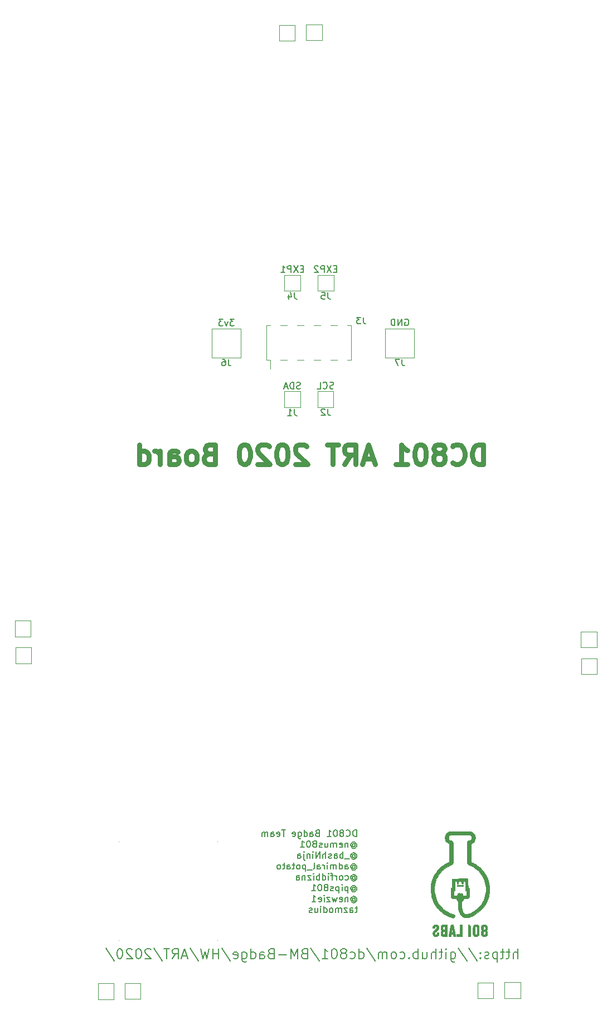
<source format=gbo>
G04 #@! TF.GenerationSoftware,KiCad,Pcbnew,(5.1.9)-1*
G04 #@! TF.CreationDate,2021-01-15T22:53:48-07:00*
G04 #@! TF.ProjectId,purplewizard-ART,70757270-6c65-4776-997a-6172642d4152,1*
G04 #@! TF.SameCoordinates,Original*
G04 #@! TF.FileFunction,Legend,Bot*
G04 #@! TF.FilePolarity,Positive*
%FSLAX46Y46*%
G04 Gerber Fmt 4.6, Leading zero omitted, Abs format (unit mm)*
G04 Created by KiCad (PCBNEW (5.1.9)-1) date 2021-01-15 22:53:48*
%MOMM*%
%LPD*%
G01*
G04 APERTURE LIST*
%ADD10C,0.750000*%
%ADD11C,0.200000*%
%ADD12C,0.150000*%
%ADD13C,0.120000*%
%ADD14C,0.010000*%
%ADD15R,2.000000X2.000000*%
%ADD16R,1.000000X3.000000*%
%ADD17R,4.000000X4.000000*%
G04 APERTURE END LIST*
D10*
X170019457Y-91406942D02*
X170019457Y-88406942D01*
X169305171Y-88406942D01*
X168876600Y-88549800D01*
X168590885Y-88835514D01*
X168448028Y-89121228D01*
X168305171Y-89692657D01*
X168305171Y-90121228D01*
X168448028Y-90692657D01*
X168590885Y-90978371D01*
X168876600Y-91264085D01*
X169305171Y-91406942D01*
X170019457Y-91406942D01*
X165305171Y-91121228D02*
X165448028Y-91264085D01*
X165876600Y-91406942D01*
X166162314Y-91406942D01*
X166590885Y-91264085D01*
X166876600Y-90978371D01*
X167019457Y-90692657D01*
X167162314Y-90121228D01*
X167162314Y-89692657D01*
X167019457Y-89121228D01*
X166876600Y-88835514D01*
X166590885Y-88549800D01*
X166162314Y-88406942D01*
X165876600Y-88406942D01*
X165448028Y-88549800D01*
X165305171Y-88692657D01*
X163590885Y-89692657D02*
X163876600Y-89549800D01*
X164019457Y-89406942D01*
X164162314Y-89121228D01*
X164162314Y-88978371D01*
X164019457Y-88692657D01*
X163876600Y-88549800D01*
X163590885Y-88406942D01*
X163019457Y-88406942D01*
X162733742Y-88549800D01*
X162590885Y-88692657D01*
X162448028Y-88978371D01*
X162448028Y-89121228D01*
X162590885Y-89406942D01*
X162733742Y-89549800D01*
X163019457Y-89692657D01*
X163590885Y-89692657D01*
X163876600Y-89835514D01*
X164019457Y-89978371D01*
X164162314Y-90264085D01*
X164162314Y-90835514D01*
X164019457Y-91121228D01*
X163876600Y-91264085D01*
X163590885Y-91406942D01*
X163019457Y-91406942D01*
X162733742Y-91264085D01*
X162590885Y-91121228D01*
X162448028Y-90835514D01*
X162448028Y-90264085D01*
X162590885Y-89978371D01*
X162733742Y-89835514D01*
X163019457Y-89692657D01*
X160590885Y-88406942D02*
X160305171Y-88406942D01*
X160019457Y-88549800D01*
X159876600Y-88692657D01*
X159733742Y-88978371D01*
X159590885Y-89549800D01*
X159590885Y-90264085D01*
X159733742Y-90835514D01*
X159876600Y-91121228D01*
X160019457Y-91264085D01*
X160305171Y-91406942D01*
X160590885Y-91406942D01*
X160876600Y-91264085D01*
X161019457Y-91121228D01*
X161162314Y-90835514D01*
X161305171Y-90264085D01*
X161305171Y-89549800D01*
X161162314Y-88978371D01*
X161019457Y-88692657D01*
X160876600Y-88549800D01*
X160590885Y-88406942D01*
X156733742Y-91406942D02*
X158448028Y-91406942D01*
X157590885Y-91406942D02*
X157590885Y-88406942D01*
X157876600Y-88835514D01*
X158162314Y-89121228D01*
X158448028Y-89264085D01*
X153305171Y-90549800D02*
X151876600Y-90549800D01*
X153590885Y-91406942D02*
X152590885Y-88406942D01*
X151590885Y-91406942D01*
X148876600Y-91406942D02*
X149876600Y-89978371D01*
X150590885Y-91406942D02*
X150590885Y-88406942D01*
X149448028Y-88406942D01*
X149162314Y-88549800D01*
X149019457Y-88692657D01*
X148876600Y-88978371D01*
X148876600Y-89406942D01*
X149019457Y-89692657D01*
X149162314Y-89835514D01*
X149448028Y-89978371D01*
X150590885Y-89978371D01*
X148019457Y-88406942D02*
X146305171Y-88406942D01*
X147162314Y-91406942D02*
X147162314Y-88406942D01*
X143162314Y-88692657D02*
X143019457Y-88549800D01*
X142733742Y-88406942D01*
X142019457Y-88406942D01*
X141733742Y-88549800D01*
X141590885Y-88692657D01*
X141448028Y-88978371D01*
X141448028Y-89264085D01*
X141590885Y-89692657D01*
X143305171Y-91406942D01*
X141448028Y-91406942D01*
X139590885Y-88406942D02*
X139305171Y-88406942D01*
X139019457Y-88549800D01*
X138876600Y-88692657D01*
X138733742Y-88978371D01*
X138590885Y-89549800D01*
X138590885Y-90264085D01*
X138733742Y-90835514D01*
X138876600Y-91121228D01*
X139019457Y-91264085D01*
X139305171Y-91406942D01*
X139590885Y-91406942D01*
X139876600Y-91264085D01*
X140019457Y-91121228D01*
X140162314Y-90835514D01*
X140305171Y-90264085D01*
X140305171Y-89549800D01*
X140162314Y-88978371D01*
X140019457Y-88692657D01*
X139876600Y-88549800D01*
X139590885Y-88406942D01*
X137448028Y-88692657D02*
X137305171Y-88549800D01*
X137019457Y-88406942D01*
X136305171Y-88406942D01*
X136019457Y-88549800D01*
X135876600Y-88692657D01*
X135733742Y-88978371D01*
X135733742Y-89264085D01*
X135876600Y-89692657D01*
X137590885Y-91406942D01*
X135733742Y-91406942D01*
X133876600Y-88406942D02*
X133590885Y-88406942D01*
X133305171Y-88549800D01*
X133162314Y-88692657D01*
X133019457Y-88978371D01*
X132876600Y-89549800D01*
X132876600Y-90264085D01*
X133019457Y-90835514D01*
X133162314Y-91121228D01*
X133305171Y-91264085D01*
X133590885Y-91406942D01*
X133876600Y-91406942D01*
X134162314Y-91264085D01*
X134305171Y-91121228D01*
X134448028Y-90835514D01*
X134590885Y-90264085D01*
X134590885Y-89549800D01*
X134448028Y-88978371D01*
X134305171Y-88692657D01*
X134162314Y-88549800D01*
X133876600Y-88406942D01*
X128305171Y-89835514D02*
X127876600Y-89978371D01*
X127733742Y-90121228D01*
X127590885Y-90406942D01*
X127590885Y-90835514D01*
X127733742Y-91121228D01*
X127876600Y-91264085D01*
X128162314Y-91406942D01*
X129305171Y-91406942D01*
X129305171Y-88406942D01*
X128305171Y-88406942D01*
X128019457Y-88549800D01*
X127876600Y-88692657D01*
X127733742Y-88978371D01*
X127733742Y-89264085D01*
X127876600Y-89549800D01*
X128019457Y-89692657D01*
X128305171Y-89835514D01*
X129305171Y-89835514D01*
X125876600Y-91406942D02*
X126162314Y-91264085D01*
X126305171Y-91121228D01*
X126448028Y-90835514D01*
X126448028Y-89978371D01*
X126305171Y-89692657D01*
X126162314Y-89549800D01*
X125876600Y-89406942D01*
X125448028Y-89406942D01*
X125162314Y-89549800D01*
X125019457Y-89692657D01*
X124876600Y-89978371D01*
X124876600Y-90835514D01*
X125019457Y-91121228D01*
X125162314Y-91264085D01*
X125448028Y-91406942D01*
X125876600Y-91406942D01*
X122305171Y-91406942D02*
X122305171Y-89835514D01*
X122448028Y-89549800D01*
X122733742Y-89406942D01*
X123305171Y-89406942D01*
X123590885Y-89549800D01*
X122305171Y-91264085D02*
X122590885Y-91406942D01*
X123305171Y-91406942D01*
X123590885Y-91264085D01*
X123733742Y-90978371D01*
X123733742Y-90692657D01*
X123590885Y-90406942D01*
X123305171Y-90264085D01*
X122590885Y-90264085D01*
X122305171Y-90121228D01*
X120876600Y-91406942D02*
X120876600Y-89406942D01*
X120876600Y-89978371D02*
X120733742Y-89692657D01*
X120590885Y-89549800D01*
X120305171Y-89406942D01*
X120019457Y-89406942D01*
X117733742Y-91406942D02*
X117733742Y-88406942D01*
X117733742Y-91264085D02*
X118019457Y-91406942D01*
X118590885Y-91406942D01*
X118876600Y-91264085D01*
X119019457Y-91121228D01*
X119162314Y-90835514D01*
X119162314Y-89978371D01*
X119019457Y-89692657D01*
X118876600Y-89549800D01*
X118590885Y-89406942D01*
X118019457Y-89406942D01*
X117733742Y-89549800D01*
D11*
X175215171Y-166408371D02*
X175215171Y-164908371D01*
X174572314Y-166408371D02*
X174572314Y-165622657D01*
X174643742Y-165479800D01*
X174786600Y-165408371D01*
X175000885Y-165408371D01*
X175143742Y-165479800D01*
X175215171Y-165551228D01*
X174072314Y-165408371D02*
X173500885Y-165408371D01*
X173858028Y-164908371D02*
X173858028Y-166194085D01*
X173786600Y-166336942D01*
X173643742Y-166408371D01*
X173500885Y-166408371D01*
X173215171Y-165408371D02*
X172643742Y-165408371D01*
X173000885Y-164908371D02*
X173000885Y-166194085D01*
X172929457Y-166336942D01*
X172786600Y-166408371D01*
X172643742Y-166408371D01*
X172143742Y-165408371D02*
X172143742Y-166908371D01*
X172143742Y-165479800D02*
X172000885Y-165408371D01*
X171715171Y-165408371D01*
X171572314Y-165479800D01*
X171500885Y-165551228D01*
X171429457Y-165694085D01*
X171429457Y-166122657D01*
X171500885Y-166265514D01*
X171572314Y-166336942D01*
X171715171Y-166408371D01*
X172000885Y-166408371D01*
X172143742Y-166336942D01*
X170858028Y-166336942D02*
X170715171Y-166408371D01*
X170429457Y-166408371D01*
X170286600Y-166336942D01*
X170215171Y-166194085D01*
X170215171Y-166122657D01*
X170286600Y-165979800D01*
X170429457Y-165908371D01*
X170643742Y-165908371D01*
X170786600Y-165836942D01*
X170858028Y-165694085D01*
X170858028Y-165622657D01*
X170786600Y-165479800D01*
X170643742Y-165408371D01*
X170429457Y-165408371D01*
X170286600Y-165479800D01*
X169572314Y-166265514D02*
X169500885Y-166336942D01*
X169572314Y-166408371D01*
X169643742Y-166336942D01*
X169572314Y-166265514D01*
X169572314Y-166408371D01*
X169572314Y-165479800D02*
X169500885Y-165551228D01*
X169572314Y-165622657D01*
X169643742Y-165551228D01*
X169572314Y-165479800D01*
X169572314Y-165622657D01*
X167786600Y-164836942D02*
X169072314Y-166765514D01*
X166215171Y-164836942D02*
X167500885Y-166765514D01*
X165072314Y-165408371D02*
X165072314Y-166622657D01*
X165143742Y-166765514D01*
X165215171Y-166836942D01*
X165358028Y-166908371D01*
X165572314Y-166908371D01*
X165715171Y-166836942D01*
X165072314Y-166336942D02*
X165215171Y-166408371D01*
X165500885Y-166408371D01*
X165643742Y-166336942D01*
X165715171Y-166265514D01*
X165786600Y-166122657D01*
X165786600Y-165694085D01*
X165715171Y-165551228D01*
X165643742Y-165479800D01*
X165500885Y-165408371D01*
X165215171Y-165408371D01*
X165072314Y-165479800D01*
X164358028Y-166408371D02*
X164358028Y-165408371D01*
X164358028Y-164908371D02*
X164429457Y-164979800D01*
X164358028Y-165051228D01*
X164286600Y-164979800D01*
X164358028Y-164908371D01*
X164358028Y-165051228D01*
X163858028Y-165408371D02*
X163286599Y-165408371D01*
X163643742Y-164908371D02*
X163643742Y-166194085D01*
X163572314Y-166336942D01*
X163429457Y-166408371D01*
X163286599Y-166408371D01*
X162786599Y-166408371D02*
X162786599Y-164908371D01*
X162143742Y-166408371D02*
X162143742Y-165622657D01*
X162215171Y-165479800D01*
X162358028Y-165408371D01*
X162572314Y-165408371D01*
X162715171Y-165479800D01*
X162786599Y-165551228D01*
X160786599Y-165408371D02*
X160786599Y-166408371D01*
X161429457Y-165408371D02*
X161429457Y-166194085D01*
X161358028Y-166336942D01*
X161215171Y-166408371D01*
X161000885Y-166408371D01*
X160858028Y-166336942D01*
X160786599Y-166265514D01*
X160072314Y-166408371D02*
X160072314Y-164908371D01*
X160072314Y-165479800D02*
X159929457Y-165408371D01*
X159643742Y-165408371D01*
X159500885Y-165479800D01*
X159429457Y-165551228D01*
X159358028Y-165694085D01*
X159358028Y-166122657D01*
X159429457Y-166265514D01*
X159500885Y-166336942D01*
X159643742Y-166408371D01*
X159929457Y-166408371D01*
X160072314Y-166336942D01*
X158715171Y-166265514D02*
X158643742Y-166336942D01*
X158715171Y-166408371D01*
X158786599Y-166336942D01*
X158715171Y-166265514D01*
X158715171Y-166408371D01*
X157358028Y-166336942D02*
X157500885Y-166408371D01*
X157786599Y-166408371D01*
X157929457Y-166336942D01*
X158000885Y-166265514D01*
X158072314Y-166122657D01*
X158072314Y-165694085D01*
X158000885Y-165551228D01*
X157929457Y-165479800D01*
X157786599Y-165408371D01*
X157500885Y-165408371D01*
X157358028Y-165479800D01*
X156500885Y-166408371D02*
X156643742Y-166336942D01*
X156715171Y-166265514D01*
X156786599Y-166122657D01*
X156786599Y-165694085D01*
X156715171Y-165551228D01*
X156643742Y-165479800D01*
X156500885Y-165408371D01*
X156286599Y-165408371D01*
X156143742Y-165479800D01*
X156072314Y-165551228D01*
X156000885Y-165694085D01*
X156000885Y-166122657D01*
X156072314Y-166265514D01*
X156143742Y-166336942D01*
X156286599Y-166408371D01*
X156500885Y-166408371D01*
X155358028Y-166408371D02*
X155358028Y-165408371D01*
X155358028Y-165551228D02*
X155286599Y-165479800D01*
X155143742Y-165408371D01*
X154929457Y-165408371D01*
X154786599Y-165479800D01*
X154715171Y-165622657D01*
X154715171Y-166408371D01*
X154715171Y-165622657D02*
X154643742Y-165479800D01*
X154500885Y-165408371D01*
X154286599Y-165408371D01*
X154143742Y-165479800D01*
X154072314Y-165622657D01*
X154072314Y-166408371D01*
X152286599Y-164836942D02*
X153572314Y-166765514D01*
X151143742Y-166408371D02*
X151143742Y-164908371D01*
X151143742Y-166336942D02*
X151286599Y-166408371D01*
X151572314Y-166408371D01*
X151715171Y-166336942D01*
X151786599Y-166265514D01*
X151858028Y-166122657D01*
X151858028Y-165694085D01*
X151786599Y-165551228D01*
X151715171Y-165479800D01*
X151572314Y-165408371D01*
X151286599Y-165408371D01*
X151143742Y-165479800D01*
X149786599Y-166336942D02*
X149929457Y-166408371D01*
X150215171Y-166408371D01*
X150358028Y-166336942D01*
X150429457Y-166265514D01*
X150500885Y-166122657D01*
X150500885Y-165694085D01*
X150429457Y-165551228D01*
X150358028Y-165479800D01*
X150215171Y-165408371D01*
X149929457Y-165408371D01*
X149786599Y-165479800D01*
X148929457Y-165551228D02*
X149072314Y-165479800D01*
X149143742Y-165408371D01*
X149215171Y-165265514D01*
X149215171Y-165194085D01*
X149143742Y-165051228D01*
X149072314Y-164979800D01*
X148929457Y-164908371D01*
X148643742Y-164908371D01*
X148500885Y-164979800D01*
X148429457Y-165051228D01*
X148358028Y-165194085D01*
X148358028Y-165265514D01*
X148429457Y-165408371D01*
X148500885Y-165479800D01*
X148643742Y-165551228D01*
X148929457Y-165551228D01*
X149072314Y-165622657D01*
X149143742Y-165694085D01*
X149215171Y-165836942D01*
X149215171Y-166122657D01*
X149143742Y-166265514D01*
X149072314Y-166336942D01*
X148929457Y-166408371D01*
X148643742Y-166408371D01*
X148500885Y-166336942D01*
X148429457Y-166265514D01*
X148358028Y-166122657D01*
X148358028Y-165836942D01*
X148429457Y-165694085D01*
X148500885Y-165622657D01*
X148643742Y-165551228D01*
X147429457Y-164908371D02*
X147286599Y-164908371D01*
X147143742Y-164979800D01*
X147072314Y-165051228D01*
X147000885Y-165194085D01*
X146929457Y-165479800D01*
X146929457Y-165836942D01*
X147000885Y-166122657D01*
X147072314Y-166265514D01*
X147143742Y-166336942D01*
X147286599Y-166408371D01*
X147429457Y-166408371D01*
X147572314Y-166336942D01*
X147643742Y-166265514D01*
X147715171Y-166122657D01*
X147786599Y-165836942D01*
X147786599Y-165479800D01*
X147715171Y-165194085D01*
X147643742Y-165051228D01*
X147572314Y-164979800D01*
X147429457Y-164908371D01*
X145500885Y-166408371D02*
X146358028Y-166408371D01*
X145929457Y-166408371D02*
X145929457Y-164908371D01*
X146072314Y-165122657D01*
X146215171Y-165265514D01*
X146358028Y-165336942D01*
X143786599Y-164836942D02*
X145072314Y-166765514D01*
X142786599Y-165622657D02*
X142572314Y-165694085D01*
X142500885Y-165765514D01*
X142429457Y-165908371D01*
X142429457Y-166122657D01*
X142500885Y-166265514D01*
X142572314Y-166336942D01*
X142715171Y-166408371D01*
X143286599Y-166408371D01*
X143286599Y-164908371D01*
X142786599Y-164908371D01*
X142643742Y-164979800D01*
X142572314Y-165051228D01*
X142500885Y-165194085D01*
X142500885Y-165336942D01*
X142572314Y-165479800D01*
X142643742Y-165551228D01*
X142786599Y-165622657D01*
X143286599Y-165622657D01*
X141786599Y-166408371D02*
X141786599Y-164908371D01*
X141286599Y-165979800D01*
X140786599Y-164908371D01*
X140786599Y-166408371D01*
X140072314Y-165836942D02*
X138929457Y-165836942D01*
X137715171Y-165622657D02*
X137500885Y-165694085D01*
X137429457Y-165765514D01*
X137358028Y-165908371D01*
X137358028Y-166122657D01*
X137429457Y-166265514D01*
X137500885Y-166336942D01*
X137643742Y-166408371D01*
X138215171Y-166408371D01*
X138215171Y-164908371D01*
X137715171Y-164908371D01*
X137572314Y-164979800D01*
X137500885Y-165051228D01*
X137429457Y-165194085D01*
X137429457Y-165336942D01*
X137500885Y-165479800D01*
X137572314Y-165551228D01*
X137715171Y-165622657D01*
X138215171Y-165622657D01*
X136072314Y-166408371D02*
X136072314Y-165622657D01*
X136143742Y-165479800D01*
X136286599Y-165408371D01*
X136572314Y-165408371D01*
X136715171Y-165479800D01*
X136072314Y-166336942D02*
X136215171Y-166408371D01*
X136572314Y-166408371D01*
X136715171Y-166336942D01*
X136786599Y-166194085D01*
X136786599Y-166051228D01*
X136715171Y-165908371D01*
X136572314Y-165836942D01*
X136215171Y-165836942D01*
X136072314Y-165765514D01*
X134715171Y-166408371D02*
X134715171Y-164908371D01*
X134715171Y-166336942D02*
X134858028Y-166408371D01*
X135143742Y-166408371D01*
X135286599Y-166336942D01*
X135358028Y-166265514D01*
X135429457Y-166122657D01*
X135429457Y-165694085D01*
X135358028Y-165551228D01*
X135286599Y-165479800D01*
X135143742Y-165408371D01*
X134858028Y-165408371D01*
X134715171Y-165479800D01*
X133358028Y-165408371D02*
X133358028Y-166622657D01*
X133429457Y-166765514D01*
X133500885Y-166836942D01*
X133643742Y-166908371D01*
X133858028Y-166908371D01*
X134000885Y-166836942D01*
X133358028Y-166336942D02*
X133500885Y-166408371D01*
X133786599Y-166408371D01*
X133929457Y-166336942D01*
X134000885Y-166265514D01*
X134072314Y-166122657D01*
X134072314Y-165694085D01*
X134000885Y-165551228D01*
X133929457Y-165479800D01*
X133786599Y-165408371D01*
X133500885Y-165408371D01*
X133358028Y-165479800D01*
X132072314Y-166336942D02*
X132215171Y-166408371D01*
X132500885Y-166408371D01*
X132643742Y-166336942D01*
X132715171Y-166194085D01*
X132715171Y-165622657D01*
X132643742Y-165479800D01*
X132500885Y-165408371D01*
X132215171Y-165408371D01*
X132072314Y-165479800D01*
X132000885Y-165622657D01*
X132000885Y-165765514D01*
X132715171Y-165908371D01*
X130286599Y-164836942D02*
X131572314Y-166765514D01*
X129786599Y-166408371D02*
X129786599Y-164908371D01*
X129786599Y-165622657D02*
X128929457Y-165622657D01*
X128929457Y-166408371D02*
X128929457Y-164908371D01*
X128358028Y-164908371D02*
X128000885Y-166408371D01*
X127715171Y-165336942D01*
X127429457Y-166408371D01*
X127072314Y-164908371D01*
X125429457Y-164836942D02*
X126715171Y-166765514D01*
X125000885Y-165979800D02*
X124286599Y-165979800D01*
X125143742Y-166408371D02*
X124643742Y-164908371D01*
X124143742Y-166408371D01*
X122786599Y-166408371D02*
X123286599Y-165694085D01*
X123643742Y-166408371D02*
X123643742Y-164908371D01*
X123072314Y-164908371D01*
X122929457Y-164979800D01*
X122858028Y-165051228D01*
X122786599Y-165194085D01*
X122786599Y-165408371D01*
X122858028Y-165551228D01*
X122929457Y-165622657D01*
X123072314Y-165694085D01*
X123643742Y-165694085D01*
X122358028Y-164908371D02*
X121500885Y-164908371D01*
X121929457Y-166408371D02*
X121929457Y-164908371D01*
X119929457Y-164836942D02*
X121215171Y-166765514D01*
X119500885Y-165051228D02*
X119429457Y-164979800D01*
X119286599Y-164908371D01*
X118929457Y-164908371D01*
X118786599Y-164979800D01*
X118715171Y-165051228D01*
X118643742Y-165194085D01*
X118643742Y-165336942D01*
X118715171Y-165551228D01*
X119572314Y-166408371D01*
X118643742Y-166408371D01*
X117715171Y-164908371D02*
X117572314Y-164908371D01*
X117429457Y-164979800D01*
X117358028Y-165051228D01*
X117286599Y-165194085D01*
X117215171Y-165479800D01*
X117215171Y-165836942D01*
X117286599Y-166122657D01*
X117358028Y-166265514D01*
X117429457Y-166336942D01*
X117572314Y-166408371D01*
X117715171Y-166408371D01*
X117858028Y-166336942D01*
X117929457Y-166265514D01*
X118000885Y-166122657D01*
X118072314Y-165836942D01*
X118072314Y-165479800D01*
X118000885Y-165194085D01*
X117929457Y-165051228D01*
X117858028Y-164979800D01*
X117715171Y-164908371D01*
X116643742Y-165051228D02*
X116572314Y-164979800D01*
X116429457Y-164908371D01*
X116072314Y-164908371D01*
X115929457Y-164979800D01*
X115858028Y-165051228D01*
X115786599Y-165194085D01*
X115786599Y-165336942D01*
X115858028Y-165551228D01*
X116715171Y-166408371D01*
X115786599Y-166408371D01*
X114858028Y-164908371D02*
X114715171Y-164908371D01*
X114572314Y-164979800D01*
X114500885Y-165051228D01*
X114429457Y-165194085D01*
X114358028Y-165479800D01*
X114358028Y-165836942D01*
X114429457Y-166122657D01*
X114500885Y-166265514D01*
X114572314Y-166336942D01*
X114715171Y-166408371D01*
X114858028Y-166408371D01*
X115000885Y-166336942D01*
X115072314Y-166265514D01*
X115143742Y-166122657D01*
X115215171Y-165836942D01*
X115215171Y-165479800D01*
X115143742Y-165194085D01*
X115072314Y-165051228D01*
X115000885Y-164979800D01*
X114858028Y-164908371D01*
X112643742Y-164836942D02*
X113929457Y-166765514D01*
D12*
X150741004Y-147877180D02*
X150741004Y-146877180D01*
X150502909Y-146877180D01*
X150360052Y-146924800D01*
X150264814Y-147020038D01*
X150217195Y-147115276D01*
X150169576Y-147305752D01*
X150169576Y-147448609D01*
X150217195Y-147639085D01*
X150264814Y-147734323D01*
X150360052Y-147829561D01*
X150502909Y-147877180D01*
X150741004Y-147877180D01*
X149169576Y-147781942D02*
X149217195Y-147829561D01*
X149360052Y-147877180D01*
X149455290Y-147877180D01*
X149598147Y-147829561D01*
X149693385Y-147734323D01*
X149741004Y-147639085D01*
X149788623Y-147448609D01*
X149788623Y-147305752D01*
X149741004Y-147115276D01*
X149693385Y-147020038D01*
X149598147Y-146924800D01*
X149455290Y-146877180D01*
X149360052Y-146877180D01*
X149217195Y-146924800D01*
X149169576Y-146972419D01*
X148598147Y-147305752D02*
X148693385Y-147258133D01*
X148741004Y-147210514D01*
X148788623Y-147115276D01*
X148788623Y-147067657D01*
X148741004Y-146972419D01*
X148693385Y-146924800D01*
X148598147Y-146877180D01*
X148407671Y-146877180D01*
X148312433Y-146924800D01*
X148264814Y-146972419D01*
X148217195Y-147067657D01*
X148217195Y-147115276D01*
X148264814Y-147210514D01*
X148312433Y-147258133D01*
X148407671Y-147305752D01*
X148598147Y-147305752D01*
X148693385Y-147353371D01*
X148741004Y-147400990D01*
X148788623Y-147496228D01*
X148788623Y-147686704D01*
X148741004Y-147781942D01*
X148693385Y-147829561D01*
X148598147Y-147877180D01*
X148407671Y-147877180D01*
X148312433Y-147829561D01*
X148264814Y-147781942D01*
X148217195Y-147686704D01*
X148217195Y-147496228D01*
X148264814Y-147400990D01*
X148312433Y-147353371D01*
X148407671Y-147305752D01*
X147598147Y-146877180D02*
X147502909Y-146877180D01*
X147407671Y-146924800D01*
X147360052Y-146972419D01*
X147312433Y-147067657D01*
X147264814Y-147258133D01*
X147264814Y-147496228D01*
X147312433Y-147686704D01*
X147360052Y-147781942D01*
X147407671Y-147829561D01*
X147502909Y-147877180D01*
X147598147Y-147877180D01*
X147693385Y-147829561D01*
X147741004Y-147781942D01*
X147788623Y-147686704D01*
X147836242Y-147496228D01*
X147836242Y-147258133D01*
X147788623Y-147067657D01*
X147741004Y-146972419D01*
X147693385Y-146924800D01*
X147598147Y-146877180D01*
X146312433Y-147877180D02*
X146883861Y-147877180D01*
X146598147Y-147877180D02*
X146598147Y-146877180D01*
X146693385Y-147020038D01*
X146788623Y-147115276D01*
X146883861Y-147162895D01*
X144788623Y-147353371D02*
X144645766Y-147400990D01*
X144598147Y-147448609D01*
X144550528Y-147543847D01*
X144550528Y-147686704D01*
X144598147Y-147781942D01*
X144645766Y-147829561D01*
X144741004Y-147877180D01*
X145121957Y-147877180D01*
X145121957Y-146877180D01*
X144788623Y-146877180D01*
X144693385Y-146924800D01*
X144645766Y-146972419D01*
X144598147Y-147067657D01*
X144598147Y-147162895D01*
X144645766Y-147258133D01*
X144693385Y-147305752D01*
X144788623Y-147353371D01*
X145121957Y-147353371D01*
X143693385Y-147877180D02*
X143693385Y-147353371D01*
X143741004Y-147258133D01*
X143836242Y-147210514D01*
X144026719Y-147210514D01*
X144121957Y-147258133D01*
X143693385Y-147829561D02*
X143788623Y-147877180D01*
X144026719Y-147877180D01*
X144121957Y-147829561D01*
X144169576Y-147734323D01*
X144169576Y-147639085D01*
X144121957Y-147543847D01*
X144026719Y-147496228D01*
X143788623Y-147496228D01*
X143693385Y-147448609D01*
X142788623Y-147877180D02*
X142788623Y-146877180D01*
X142788623Y-147829561D02*
X142883861Y-147877180D01*
X143074338Y-147877180D01*
X143169576Y-147829561D01*
X143217195Y-147781942D01*
X143264814Y-147686704D01*
X143264814Y-147400990D01*
X143217195Y-147305752D01*
X143169576Y-147258133D01*
X143074338Y-147210514D01*
X142883861Y-147210514D01*
X142788623Y-147258133D01*
X141883861Y-147210514D02*
X141883861Y-148020038D01*
X141931480Y-148115276D01*
X141979100Y-148162895D01*
X142074338Y-148210514D01*
X142217195Y-148210514D01*
X142312433Y-148162895D01*
X141883861Y-147829561D02*
X141979100Y-147877180D01*
X142169576Y-147877180D01*
X142264814Y-147829561D01*
X142312433Y-147781942D01*
X142360052Y-147686704D01*
X142360052Y-147400990D01*
X142312433Y-147305752D01*
X142264814Y-147258133D01*
X142169576Y-147210514D01*
X141979100Y-147210514D01*
X141883861Y-147258133D01*
X141026719Y-147829561D02*
X141121957Y-147877180D01*
X141312433Y-147877180D01*
X141407671Y-147829561D01*
X141455290Y-147734323D01*
X141455290Y-147353371D01*
X141407671Y-147258133D01*
X141312433Y-147210514D01*
X141121957Y-147210514D01*
X141026719Y-147258133D01*
X140979100Y-147353371D01*
X140979100Y-147448609D01*
X141455290Y-147543847D01*
X139931480Y-146877180D02*
X139360052Y-146877180D01*
X139645766Y-147877180D02*
X139645766Y-146877180D01*
X138645766Y-147829561D02*
X138741004Y-147877180D01*
X138931480Y-147877180D01*
X139026719Y-147829561D01*
X139074338Y-147734323D01*
X139074338Y-147353371D01*
X139026719Y-147258133D01*
X138931480Y-147210514D01*
X138741004Y-147210514D01*
X138645766Y-147258133D01*
X138598147Y-147353371D01*
X138598147Y-147448609D01*
X139074338Y-147543847D01*
X137741004Y-147877180D02*
X137741004Y-147353371D01*
X137788623Y-147258133D01*
X137883861Y-147210514D01*
X138074338Y-147210514D01*
X138169576Y-147258133D01*
X137741004Y-147829561D02*
X137836242Y-147877180D01*
X138074338Y-147877180D01*
X138169576Y-147829561D01*
X138217195Y-147734323D01*
X138217195Y-147639085D01*
X138169576Y-147543847D01*
X138074338Y-147496228D01*
X137836242Y-147496228D01*
X137741004Y-147448609D01*
X137264814Y-147877180D02*
X137264814Y-147210514D01*
X137264814Y-147305752D02*
X137217195Y-147258133D01*
X137121957Y-147210514D01*
X136979100Y-147210514D01*
X136883861Y-147258133D01*
X136836242Y-147353371D01*
X136836242Y-147877180D01*
X136836242Y-147353371D02*
X136788623Y-147258133D01*
X136693385Y-147210514D01*
X136550528Y-147210514D01*
X136455290Y-147258133D01*
X136407671Y-147353371D01*
X136407671Y-147877180D01*
X150121957Y-149050990D02*
X150169576Y-149003371D01*
X150264814Y-148955752D01*
X150360052Y-148955752D01*
X150455290Y-149003371D01*
X150502909Y-149050990D01*
X150550528Y-149146228D01*
X150550528Y-149241466D01*
X150502909Y-149336704D01*
X150455290Y-149384323D01*
X150360052Y-149431942D01*
X150264814Y-149431942D01*
X150169576Y-149384323D01*
X150121957Y-149336704D01*
X150121957Y-148955752D02*
X150121957Y-149336704D01*
X150074338Y-149384323D01*
X150026719Y-149384323D01*
X149931480Y-149336704D01*
X149883861Y-149241466D01*
X149883861Y-149003371D01*
X149979100Y-148860514D01*
X150121957Y-148765276D01*
X150312433Y-148717657D01*
X150502909Y-148765276D01*
X150645766Y-148860514D01*
X150741004Y-149003371D01*
X150788623Y-149193847D01*
X150741004Y-149384323D01*
X150645766Y-149527180D01*
X150502909Y-149622419D01*
X150312433Y-149670038D01*
X150121957Y-149622419D01*
X149979100Y-149527180D01*
X149455290Y-148860514D02*
X149455290Y-149527180D01*
X149455290Y-148955752D02*
X149407671Y-148908133D01*
X149312433Y-148860514D01*
X149169576Y-148860514D01*
X149074338Y-148908133D01*
X149026719Y-149003371D01*
X149026719Y-149527180D01*
X148169576Y-149479561D02*
X148264814Y-149527180D01*
X148455290Y-149527180D01*
X148550528Y-149479561D01*
X148598147Y-149384323D01*
X148598147Y-149003371D01*
X148550528Y-148908133D01*
X148455290Y-148860514D01*
X148264814Y-148860514D01*
X148169576Y-148908133D01*
X148121957Y-149003371D01*
X148121957Y-149098609D01*
X148598147Y-149193847D01*
X147693385Y-149527180D02*
X147693385Y-148860514D01*
X147693385Y-148955752D02*
X147645766Y-148908133D01*
X147550528Y-148860514D01*
X147407671Y-148860514D01*
X147312433Y-148908133D01*
X147264814Y-149003371D01*
X147264814Y-149527180D01*
X147264814Y-149003371D02*
X147217195Y-148908133D01*
X147121957Y-148860514D01*
X146979100Y-148860514D01*
X146883861Y-148908133D01*
X146836242Y-149003371D01*
X146836242Y-149527180D01*
X145931480Y-148860514D02*
X145931480Y-149527180D01*
X146360052Y-148860514D02*
X146360052Y-149384323D01*
X146312433Y-149479561D01*
X146217195Y-149527180D01*
X146074338Y-149527180D01*
X145979100Y-149479561D01*
X145931480Y-149431942D01*
X145502909Y-149479561D02*
X145407671Y-149527180D01*
X145217195Y-149527180D01*
X145121957Y-149479561D01*
X145074338Y-149384323D01*
X145074338Y-149336704D01*
X145121957Y-149241466D01*
X145217195Y-149193847D01*
X145360052Y-149193847D01*
X145455290Y-149146228D01*
X145502909Y-149050990D01*
X145502909Y-149003371D01*
X145455290Y-148908133D01*
X145360052Y-148860514D01*
X145217195Y-148860514D01*
X145121957Y-148908133D01*
X144502909Y-148955752D02*
X144598147Y-148908133D01*
X144645766Y-148860514D01*
X144693385Y-148765276D01*
X144693385Y-148717657D01*
X144645766Y-148622419D01*
X144598147Y-148574800D01*
X144502909Y-148527180D01*
X144312433Y-148527180D01*
X144217195Y-148574800D01*
X144169576Y-148622419D01*
X144121957Y-148717657D01*
X144121957Y-148765276D01*
X144169576Y-148860514D01*
X144217195Y-148908133D01*
X144312433Y-148955752D01*
X144502909Y-148955752D01*
X144598147Y-149003371D01*
X144645766Y-149050990D01*
X144693385Y-149146228D01*
X144693385Y-149336704D01*
X144645766Y-149431942D01*
X144598147Y-149479561D01*
X144502909Y-149527180D01*
X144312433Y-149527180D01*
X144217195Y-149479561D01*
X144169576Y-149431942D01*
X144121957Y-149336704D01*
X144121957Y-149146228D01*
X144169576Y-149050990D01*
X144217195Y-149003371D01*
X144312433Y-148955752D01*
X143502909Y-148527180D02*
X143407671Y-148527180D01*
X143312433Y-148574800D01*
X143264814Y-148622419D01*
X143217195Y-148717657D01*
X143169576Y-148908133D01*
X143169576Y-149146228D01*
X143217195Y-149336704D01*
X143264814Y-149431942D01*
X143312433Y-149479561D01*
X143407671Y-149527180D01*
X143502909Y-149527180D01*
X143598147Y-149479561D01*
X143645766Y-149431942D01*
X143693385Y-149336704D01*
X143741004Y-149146228D01*
X143741004Y-148908133D01*
X143693385Y-148717657D01*
X143645766Y-148622419D01*
X143598147Y-148574800D01*
X143502909Y-148527180D01*
X142217195Y-149527180D02*
X142788623Y-149527180D01*
X142502909Y-149527180D02*
X142502909Y-148527180D01*
X142598147Y-148670038D01*
X142693385Y-148765276D01*
X142788623Y-148812895D01*
X150121957Y-150700990D02*
X150169576Y-150653371D01*
X150264814Y-150605752D01*
X150360052Y-150605752D01*
X150455290Y-150653371D01*
X150502909Y-150700990D01*
X150550528Y-150796228D01*
X150550528Y-150891466D01*
X150502909Y-150986704D01*
X150455290Y-151034323D01*
X150360052Y-151081942D01*
X150264814Y-151081942D01*
X150169576Y-151034323D01*
X150121957Y-150986704D01*
X150121957Y-150605752D02*
X150121957Y-150986704D01*
X150074338Y-151034323D01*
X150026719Y-151034323D01*
X149931480Y-150986704D01*
X149883861Y-150891466D01*
X149883861Y-150653371D01*
X149979100Y-150510514D01*
X150121957Y-150415276D01*
X150312433Y-150367657D01*
X150502909Y-150415276D01*
X150645766Y-150510514D01*
X150741004Y-150653371D01*
X150788623Y-150843847D01*
X150741004Y-151034323D01*
X150645766Y-151177180D01*
X150502909Y-151272419D01*
X150312433Y-151320038D01*
X150121957Y-151272419D01*
X149979100Y-151177180D01*
X149693385Y-151272419D02*
X148931480Y-151272419D01*
X148693385Y-151177180D02*
X148693385Y-150177180D01*
X148693385Y-150558133D02*
X148598147Y-150510514D01*
X148407671Y-150510514D01*
X148312433Y-150558133D01*
X148264814Y-150605752D01*
X148217195Y-150700990D01*
X148217195Y-150986704D01*
X148264814Y-151081942D01*
X148312433Y-151129561D01*
X148407671Y-151177180D01*
X148598147Y-151177180D01*
X148693385Y-151129561D01*
X147360052Y-151177180D02*
X147360052Y-150653371D01*
X147407671Y-150558133D01*
X147502909Y-150510514D01*
X147693385Y-150510514D01*
X147788623Y-150558133D01*
X147360052Y-151129561D02*
X147455290Y-151177180D01*
X147693385Y-151177180D01*
X147788623Y-151129561D01*
X147836242Y-151034323D01*
X147836242Y-150939085D01*
X147788623Y-150843847D01*
X147693385Y-150796228D01*
X147455290Y-150796228D01*
X147360052Y-150748609D01*
X146931480Y-151129561D02*
X146836242Y-151177180D01*
X146645766Y-151177180D01*
X146550528Y-151129561D01*
X146502909Y-151034323D01*
X146502909Y-150986704D01*
X146550528Y-150891466D01*
X146645766Y-150843847D01*
X146788623Y-150843847D01*
X146883861Y-150796228D01*
X146931480Y-150700990D01*
X146931480Y-150653371D01*
X146883861Y-150558133D01*
X146788623Y-150510514D01*
X146645766Y-150510514D01*
X146550528Y-150558133D01*
X146074338Y-151177180D02*
X146074338Y-150177180D01*
X145645766Y-151177180D02*
X145645766Y-150653371D01*
X145693385Y-150558133D01*
X145788623Y-150510514D01*
X145931480Y-150510514D01*
X146026719Y-150558133D01*
X146074338Y-150605752D01*
X145169576Y-151177180D02*
X145169576Y-150177180D01*
X144598147Y-151177180D01*
X144598147Y-150177180D01*
X144121957Y-151177180D02*
X144121957Y-150510514D01*
X144121957Y-150177180D02*
X144169576Y-150224800D01*
X144121957Y-150272419D01*
X144074338Y-150224800D01*
X144121957Y-150177180D01*
X144121957Y-150272419D01*
X143645766Y-150510514D02*
X143645766Y-151177180D01*
X143645766Y-150605752D02*
X143598147Y-150558133D01*
X143502909Y-150510514D01*
X143360052Y-150510514D01*
X143264814Y-150558133D01*
X143217195Y-150653371D01*
X143217195Y-151177180D01*
X142741004Y-150510514D02*
X142741004Y-151367657D01*
X142788623Y-151462895D01*
X142883861Y-151510514D01*
X142931480Y-151510514D01*
X142741004Y-150177180D02*
X142788623Y-150224800D01*
X142741004Y-150272419D01*
X142693385Y-150224800D01*
X142741004Y-150177180D01*
X142741004Y-150272419D01*
X141836242Y-151177180D02*
X141836242Y-150653371D01*
X141883861Y-150558133D01*
X141979100Y-150510514D01*
X142169576Y-150510514D01*
X142264814Y-150558133D01*
X141836242Y-151129561D02*
X141931480Y-151177180D01*
X142169576Y-151177180D01*
X142264814Y-151129561D01*
X142312433Y-151034323D01*
X142312433Y-150939085D01*
X142264814Y-150843847D01*
X142169576Y-150796228D01*
X141931480Y-150796228D01*
X141836242Y-150748609D01*
X150121957Y-152350990D02*
X150169576Y-152303371D01*
X150264814Y-152255752D01*
X150360052Y-152255752D01*
X150455290Y-152303371D01*
X150502909Y-152350990D01*
X150550528Y-152446228D01*
X150550528Y-152541466D01*
X150502909Y-152636704D01*
X150455290Y-152684323D01*
X150360052Y-152731942D01*
X150264814Y-152731942D01*
X150169576Y-152684323D01*
X150121957Y-152636704D01*
X150121957Y-152255752D02*
X150121957Y-152636704D01*
X150074338Y-152684323D01*
X150026719Y-152684323D01*
X149931480Y-152636704D01*
X149883861Y-152541466D01*
X149883861Y-152303371D01*
X149979100Y-152160514D01*
X150121957Y-152065276D01*
X150312433Y-152017657D01*
X150502909Y-152065276D01*
X150645766Y-152160514D01*
X150741004Y-152303371D01*
X150788623Y-152493847D01*
X150741004Y-152684323D01*
X150645766Y-152827180D01*
X150502909Y-152922419D01*
X150312433Y-152970038D01*
X150121957Y-152922419D01*
X149979100Y-152827180D01*
X149026719Y-152827180D02*
X149026719Y-152303371D01*
X149074338Y-152208133D01*
X149169576Y-152160514D01*
X149360052Y-152160514D01*
X149455290Y-152208133D01*
X149026719Y-152779561D02*
X149121957Y-152827180D01*
X149360052Y-152827180D01*
X149455290Y-152779561D01*
X149502909Y-152684323D01*
X149502909Y-152589085D01*
X149455290Y-152493847D01*
X149360052Y-152446228D01*
X149121957Y-152446228D01*
X149026719Y-152398609D01*
X148121957Y-152827180D02*
X148121957Y-151827180D01*
X148121957Y-152779561D02*
X148217195Y-152827180D01*
X148407671Y-152827180D01*
X148502909Y-152779561D01*
X148550528Y-152731942D01*
X148598147Y-152636704D01*
X148598147Y-152350990D01*
X148550528Y-152255752D01*
X148502909Y-152208133D01*
X148407671Y-152160514D01*
X148217195Y-152160514D01*
X148121957Y-152208133D01*
X147645766Y-152827180D02*
X147645766Y-152160514D01*
X147645766Y-152255752D02*
X147598147Y-152208133D01*
X147502909Y-152160514D01*
X147360052Y-152160514D01*
X147264814Y-152208133D01*
X147217195Y-152303371D01*
X147217195Y-152827180D01*
X147217195Y-152303371D02*
X147169576Y-152208133D01*
X147074338Y-152160514D01*
X146931480Y-152160514D01*
X146836242Y-152208133D01*
X146788623Y-152303371D01*
X146788623Y-152827180D01*
X146312433Y-152827180D02*
X146312433Y-152160514D01*
X146312433Y-151827180D02*
X146360052Y-151874800D01*
X146312433Y-151922419D01*
X146264814Y-151874800D01*
X146312433Y-151827180D01*
X146312433Y-151922419D01*
X145836242Y-152827180D02*
X145836242Y-152160514D01*
X145836242Y-152350990D02*
X145788623Y-152255752D01*
X145741004Y-152208133D01*
X145645766Y-152160514D01*
X145550528Y-152160514D01*
X144788623Y-152827180D02*
X144788623Y-152303371D01*
X144836242Y-152208133D01*
X144931480Y-152160514D01*
X145121957Y-152160514D01*
X145217195Y-152208133D01*
X144788623Y-152779561D02*
X144883861Y-152827180D01*
X145121957Y-152827180D01*
X145217195Y-152779561D01*
X145264814Y-152684323D01*
X145264814Y-152589085D01*
X145217195Y-152493847D01*
X145121957Y-152446228D01*
X144883861Y-152446228D01*
X144788623Y-152398609D01*
X144169576Y-152827180D02*
X144264814Y-152779561D01*
X144312433Y-152684323D01*
X144312433Y-151827180D01*
X144026719Y-152922419D02*
X143264814Y-152922419D01*
X143026719Y-152160514D02*
X143026719Y-153160514D01*
X143026719Y-152208133D02*
X142931480Y-152160514D01*
X142741004Y-152160514D01*
X142645766Y-152208133D01*
X142598147Y-152255752D01*
X142550528Y-152350990D01*
X142550528Y-152636704D01*
X142598147Y-152731942D01*
X142645766Y-152779561D01*
X142741004Y-152827180D01*
X142931480Y-152827180D01*
X143026719Y-152779561D01*
X141979100Y-152827180D02*
X142074338Y-152779561D01*
X142121957Y-152731942D01*
X142169576Y-152636704D01*
X142169576Y-152350990D01*
X142121957Y-152255752D01*
X142074338Y-152208133D01*
X141979100Y-152160514D01*
X141836242Y-152160514D01*
X141741004Y-152208133D01*
X141693385Y-152255752D01*
X141645766Y-152350990D01*
X141645766Y-152636704D01*
X141693385Y-152731942D01*
X141741004Y-152779561D01*
X141836242Y-152827180D01*
X141979100Y-152827180D01*
X141360052Y-152160514D02*
X140979100Y-152160514D01*
X141217195Y-151827180D02*
X141217195Y-152684323D01*
X141169576Y-152779561D01*
X141074338Y-152827180D01*
X140979100Y-152827180D01*
X140217195Y-152827180D02*
X140217195Y-152303371D01*
X140264814Y-152208133D01*
X140360052Y-152160514D01*
X140550528Y-152160514D01*
X140645766Y-152208133D01*
X140217195Y-152779561D02*
X140312433Y-152827180D01*
X140550528Y-152827180D01*
X140645766Y-152779561D01*
X140693385Y-152684323D01*
X140693385Y-152589085D01*
X140645766Y-152493847D01*
X140550528Y-152446228D01*
X140312433Y-152446228D01*
X140217195Y-152398609D01*
X139883861Y-152160514D02*
X139502909Y-152160514D01*
X139741004Y-151827180D02*
X139741004Y-152684323D01*
X139693385Y-152779561D01*
X139598147Y-152827180D01*
X139502909Y-152827180D01*
X139026719Y-152827180D02*
X139121957Y-152779561D01*
X139169576Y-152731942D01*
X139217195Y-152636704D01*
X139217195Y-152350990D01*
X139169576Y-152255752D01*
X139121957Y-152208133D01*
X139026719Y-152160514D01*
X138883861Y-152160514D01*
X138788623Y-152208133D01*
X138741004Y-152255752D01*
X138693385Y-152350990D01*
X138693385Y-152636704D01*
X138741004Y-152731942D01*
X138788623Y-152779561D01*
X138883861Y-152827180D01*
X139026719Y-152827180D01*
X150121957Y-154000990D02*
X150169576Y-153953371D01*
X150264814Y-153905752D01*
X150360052Y-153905752D01*
X150455290Y-153953371D01*
X150502909Y-154000990D01*
X150550528Y-154096228D01*
X150550528Y-154191466D01*
X150502909Y-154286704D01*
X150455290Y-154334323D01*
X150360052Y-154381942D01*
X150264814Y-154381942D01*
X150169576Y-154334323D01*
X150121957Y-154286704D01*
X150121957Y-153905752D02*
X150121957Y-154286704D01*
X150074338Y-154334323D01*
X150026719Y-154334323D01*
X149931480Y-154286704D01*
X149883861Y-154191466D01*
X149883861Y-153953371D01*
X149979100Y-153810514D01*
X150121957Y-153715276D01*
X150312433Y-153667657D01*
X150502909Y-153715276D01*
X150645766Y-153810514D01*
X150741004Y-153953371D01*
X150788623Y-154143847D01*
X150741004Y-154334323D01*
X150645766Y-154477180D01*
X150502909Y-154572419D01*
X150312433Y-154620038D01*
X150121957Y-154572419D01*
X149979100Y-154477180D01*
X149026719Y-154429561D02*
X149121957Y-154477180D01*
X149312433Y-154477180D01*
X149407671Y-154429561D01*
X149455290Y-154381942D01*
X149502909Y-154286704D01*
X149502909Y-154000990D01*
X149455290Y-153905752D01*
X149407671Y-153858133D01*
X149312433Y-153810514D01*
X149121957Y-153810514D01*
X149026719Y-153858133D01*
X148455290Y-154477180D02*
X148550528Y-154429561D01*
X148598147Y-154381942D01*
X148645766Y-154286704D01*
X148645766Y-154000990D01*
X148598147Y-153905752D01*
X148550528Y-153858133D01*
X148455290Y-153810514D01*
X148312433Y-153810514D01*
X148217195Y-153858133D01*
X148169576Y-153905752D01*
X148121957Y-154000990D01*
X148121957Y-154286704D01*
X148169576Y-154381942D01*
X148217195Y-154429561D01*
X148312433Y-154477180D01*
X148455290Y-154477180D01*
X147693385Y-154477180D02*
X147693385Y-153810514D01*
X147693385Y-154000990D02*
X147645766Y-153905752D01*
X147598147Y-153858133D01*
X147502909Y-153810514D01*
X147407671Y-153810514D01*
X147217195Y-153810514D02*
X146836242Y-153810514D01*
X147074338Y-154477180D02*
X147074338Y-153620038D01*
X147026719Y-153524800D01*
X146931480Y-153477180D01*
X146836242Y-153477180D01*
X146502909Y-154477180D02*
X146502909Y-153810514D01*
X146502909Y-153477180D02*
X146550528Y-153524800D01*
X146502909Y-153572419D01*
X146455290Y-153524800D01*
X146502909Y-153477180D01*
X146502909Y-153572419D01*
X145598147Y-154477180D02*
X145598147Y-153477180D01*
X145598147Y-154429561D02*
X145693385Y-154477180D01*
X145883861Y-154477180D01*
X145979100Y-154429561D01*
X146026719Y-154381942D01*
X146074338Y-154286704D01*
X146074338Y-154000990D01*
X146026719Y-153905752D01*
X145979100Y-153858133D01*
X145883861Y-153810514D01*
X145693385Y-153810514D01*
X145598147Y-153858133D01*
X145121957Y-154477180D02*
X145121957Y-153477180D01*
X145121957Y-153858133D02*
X145026719Y-153810514D01*
X144836242Y-153810514D01*
X144741004Y-153858133D01*
X144693385Y-153905752D01*
X144645766Y-154000990D01*
X144645766Y-154286704D01*
X144693385Y-154381942D01*
X144741004Y-154429561D01*
X144836242Y-154477180D01*
X145026719Y-154477180D01*
X145121957Y-154429561D01*
X144217195Y-154477180D02*
X144217195Y-153810514D01*
X144217195Y-153477180D02*
X144264814Y-153524800D01*
X144217195Y-153572419D01*
X144169576Y-153524800D01*
X144217195Y-153477180D01*
X144217195Y-153572419D01*
X143836242Y-153810514D02*
X143312433Y-153810514D01*
X143836242Y-154477180D01*
X143312433Y-154477180D01*
X142931480Y-153810514D02*
X142931480Y-154477180D01*
X142931480Y-153905752D02*
X142883861Y-153858133D01*
X142788623Y-153810514D01*
X142645766Y-153810514D01*
X142550528Y-153858133D01*
X142502909Y-153953371D01*
X142502909Y-154477180D01*
X141598147Y-154477180D02*
X141598147Y-153953371D01*
X141645766Y-153858133D01*
X141741004Y-153810514D01*
X141931480Y-153810514D01*
X142026719Y-153858133D01*
X141598147Y-154429561D02*
X141693385Y-154477180D01*
X141931480Y-154477180D01*
X142026719Y-154429561D01*
X142074338Y-154334323D01*
X142074338Y-154239085D01*
X142026719Y-154143847D01*
X141931480Y-154096228D01*
X141693385Y-154096228D01*
X141598147Y-154048609D01*
X150121957Y-155650990D02*
X150169576Y-155603371D01*
X150264814Y-155555752D01*
X150360052Y-155555752D01*
X150455290Y-155603371D01*
X150502909Y-155650990D01*
X150550528Y-155746228D01*
X150550528Y-155841466D01*
X150502909Y-155936704D01*
X150455290Y-155984323D01*
X150360052Y-156031942D01*
X150264814Y-156031942D01*
X150169576Y-155984323D01*
X150121957Y-155936704D01*
X150121957Y-155555752D02*
X150121957Y-155936704D01*
X150074338Y-155984323D01*
X150026719Y-155984323D01*
X149931480Y-155936704D01*
X149883861Y-155841466D01*
X149883861Y-155603371D01*
X149979100Y-155460514D01*
X150121957Y-155365276D01*
X150312433Y-155317657D01*
X150502909Y-155365276D01*
X150645766Y-155460514D01*
X150741004Y-155603371D01*
X150788623Y-155793847D01*
X150741004Y-155984323D01*
X150645766Y-156127180D01*
X150502909Y-156222419D01*
X150312433Y-156270038D01*
X150121957Y-156222419D01*
X149979100Y-156127180D01*
X149455290Y-155460514D02*
X149455290Y-156460514D01*
X149455290Y-155508133D02*
X149360052Y-155460514D01*
X149169576Y-155460514D01*
X149074338Y-155508133D01*
X149026719Y-155555752D01*
X148979100Y-155650990D01*
X148979100Y-155936704D01*
X149026719Y-156031942D01*
X149074338Y-156079561D01*
X149169576Y-156127180D01*
X149360052Y-156127180D01*
X149455290Y-156079561D01*
X148550528Y-156127180D02*
X148550528Y-155460514D01*
X148550528Y-155127180D02*
X148598147Y-155174800D01*
X148550528Y-155222419D01*
X148502909Y-155174800D01*
X148550528Y-155127180D01*
X148550528Y-155222419D01*
X148074338Y-155460514D02*
X148074338Y-156460514D01*
X148074338Y-155508133D02*
X147979100Y-155460514D01*
X147788623Y-155460514D01*
X147693385Y-155508133D01*
X147645766Y-155555752D01*
X147598147Y-155650990D01*
X147598147Y-155936704D01*
X147645766Y-156031942D01*
X147693385Y-156079561D01*
X147788623Y-156127180D01*
X147979100Y-156127180D01*
X148074338Y-156079561D01*
X147217195Y-156079561D02*
X147121957Y-156127180D01*
X146931480Y-156127180D01*
X146836242Y-156079561D01*
X146788623Y-155984323D01*
X146788623Y-155936704D01*
X146836242Y-155841466D01*
X146931480Y-155793847D01*
X147074338Y-155793847D01*
X147169576Y-155746228D01*
X147217195Y-155650990D01*
X147217195Y-155603371D01*
X147169576Y-155508133D01*
X147074338Y-155460514D01*
X146931480Y-155460514D01*
X146836242Y-155508133D01*
X146217195Y-155555752D02*
X146312433Y-155508133D01*
X146360052Y-155460514D01*
X146407671Y-155365276D01*
X146407671Y-155317657D01*
X146360052Y-155222419D01*
X146312433Y-155174800D01*
X146217195Y-155127180D01*
X146026719Y-155127180D01*
X145931480Y-155174800D01*
X145883861Y-155222419D01*
X145836242Y-155317657D01*
X145836242Y-155365276D01*
X145883861Y-155460514D01*
X145931480Y-155508133D01*
X146026719Y-155555752D01*
X146217195Y-155555752D01*
X146312433Y-155603371D01*
X146360052Y-155650990D01*
X146407671Y-155746228D01*
X146407671Y-155936704D01*
X146360052Y-156031942D01*
X146312433Y-156079561D01*
X146217195Y-156127180D01*
X146026719Y-156127180D01*
X145931480Y-156079561D01*
X145883861Y-156031942D01*
X145836242Y-155936704D01*
X145836242Y-155746228D01*
X145883861Y-155650990D01*
X145931480Y-155603371D01*
X146026719Y-155555752D01*
X145217195Y-155127180D02*
X145121957Y-155127180D01*
X145026719Y-155174800D01*
X144979100Y-155222419D01*
X144931480Y-155317657D01*
X144883861Y-155508133D01*
X144883861Y-155746228D01*
X144931480Y-155936704D01*
X144979100Y-156031942D01*
X145026719Y-156079561D01*
X145121957Y-156127180D01*
X145217195Y-156127180D01*
X145312433Y-156079561D01*
X145360052Y-156031942D01*
X145407671Y-155936704D01*
X145455290Y-155746228D01*
X145455290Y-155508133D01*
X145407671Y-155317657D01*
X145360052Y-155222419D01*
X145312433Y-155174800D01*
X145217195Y-155127180D01*
X143931480Y-156127180D02*
X144502909Y-156127180D01*
X144217195Y-156127180D02*
X144217195Y-155127180D01*
X144312433Y-155270038D01*
X144407671Y-155365276D01*
X144502909Y-155412895D01*
X150121957Y-157300990D02*
X150169576Y-157253371D01*
X150264814Y-157205752D01*
X150360052Y-157205752D01*
X150455290Y-157253371D01*
X150502909Y-157300990D01*
X150550528Y-157396228D01*
X150550528Y-157491466D01*
X150502909Y-157586704D01*
X150455290Y-157634323D01*
X150360052Y-157681942D01*
X150264814Y-157681942D01*
X150169576Y-157634323D01*
X150121957Y-157586704D01*
X150121957Y-157205752D02*
X150121957Y-157586704D01*
X150074338Y-157634323D01*
X150026719Y-157634323D01*
X149931480Y-157586704D01*
X149883861Y-157491466D01*
X149883861Y-157253371D01*
X149979100Y-157110514D01*
X150121957Y-157015276D01*
X150312433Y-156967657D01*
X150502909Y-157015276D01*
X150645766Y-157110514D01*
X150741004Y-157253371D01*
X150788623Y-157443847D01*
X150741004Y-157634323D01*
X150645766Y-157777180D01*
X150502909Y-157872419D01*
X150312433Y-157920038D01*
X150121957Y-157872419D01*
X149979100Y-157777180D01*
X149455290Y-157110514D02*
X149455290Y-157777180D01*
X149455290Y-157205752D02*
X149407671Y-157158133D01*
X149312433Y-157110514D01*
X149169576Y-157110514D01*
X149074338Y-157158133D01*
X149026719Y-157253371D01*
X149026719Y-157777180D01*
X148169576Y-157729561D02*
X148264814Y-157777180D01*
X148455290Y-157777180D01*
X148550528Y-157729561D01*
X148598147Y-157634323D01*
X148598147Y-157253371D01*
X148550528Y-157158133D01*
X148455290Y-157110514D01*
X148264814Y-157110514D01*
X148169576Y-157158133D01*
X148121957Y-157253371D01*
X148121957Y-157348609D01*
X148598147Y-157443847D01*
X147788623Y-157110514D02*
X147598147Y-157777180D01*
X147407671Y-157300990D01*
X147217195Y-157777180D01*
X147026719Y-157110514D01*
X146741004Y-157110514D02*
X146217195Y-157110514D01*
X146741004Y-157777180D01*
X146217195Y-157777180D01*
X145836242Y-157777180D02*
X145836242Y-157110514D01*
X145836242Y-156777180D02*
X145883861Y-156824800D01*
X145836242Y-156872419D01*
X145788623Y-156824800D01*
X145836242Y-156777180D01*
X145836242Y-156872419D01*
X144979100Y-157729561D02*
X145074338Y-157777180D01*
X145264814Y-157777180D01*
X145360052Y-157729561D01*
X145407671Y-157634323D01*
X145407671Y-157253371D01*
X145360052Y-157158133D01*
X145264814Y-157110514D01*
X145074338Y-157110514D01*
X144979100Y-157158133D01*
X144931480Y-157253371D01*
X144931480Y-157348609D01*
X145407671Y-157443847D01*
X143979100Y-157777180D02*
X144550528Y-157777180D01*
X144264814Y-157777180D02*
X144264814Y-156777180D01*
X144360052Y-156920038D01*
X144455290Y-157015276D01*
X144550528Y-157062895D01*
X150883861Y-158760514D02*
X150502909Y-158760514D01*
X150741004Y-158427180D02*
X150741004Y-159284323D01*
X150693385Y-159379561D01*
X150598147Y-159427180D01*
X150502909Y-159427180D01*
X149741004Y-159427180D02*
X149741004Y-158903371D01*
X149788623Y-158808133D01*
X149883861Y-158760514D01*
X150074338Y-158760514D01*
X150169576Y-158808133D01*
X149741004Y-159379561D02*
X149836242Y-159427180D01*
X150074338Y-159427180D01*
X150169576Y-159379561D01*
X150217195Y-159284323D01*
X150217195Y-159189085D01*
X150169576Y-159093847D01*
X150074338Y-159046228D01*
X149836242Y-159046228D01*
X149741004Y-158998609D01*
X149360052Y-158760514D02*
X148836242Y-158760514D01*
X149360052Y-159427180D01*
X148836242Y-159427180D01*
X148455290Y-159427180D02*
X148455290Y-158760514D01*
X148455290Y-158855752D02*
X148407671Y-158808133D01*
X148312433Y-158760514D01*
X148169576Y-158760514D01*
X148074338Y-158808133D01*
X148026719Y-158903371D01*
X148026719Y-159427180D01*
X148026719Y-158903371D02*
X147979100Y-158808133D01*
X147883861Y-158760514D01*
X147741004Y-158760514D01*
X147645766Y-158808133D01*
X147598147Y-158903371D01*
X147598147Y-159427180D01*
X146979100Y-159427180D02*
X147074338Y-159379561D01*
X147121957Y-159331942D01*
X147169576Y-159236704D01*
X147169576Y-158950990D01*
X147121957Y-158855752D01*
X147074338Y-158808133D01*
X146979100Y-158760514D01*
X146836242Y-158760514D01*
X146741004Y-158808133D01*
X146693385Y-158855752D01*
X146645766Y-158950990D01*
X146645766Y-159236704D01*
X146693385Y-159331942D01*
X146741004Y-159379561D01*
X146836242Y-159427180D01*
X146979100Y-159427180D01*
X145788623Y-159427180D02*
X145788623Y-158427180D01*
X145788623Y-159379561D02*
X145883861Y-159427180D01*
X146074338Y-159427180D01*
X146169576Y-159379561D01*
X146217195Y-159331942D01*
X146264814Y-159236704D01*
X146264814Y-158950990D01*
X146217195Y-158855752D01*
X146169576Y-158808133D01*
X146074338Y-158760514D01*
X145883861Y-158760514D01*
X145788623Y-158808133D01*
X145312433Y-159427180D02*
X145312433Y-158760514D01*
X145312433Y-158427180D02*
X145360052Y-158474800D01*
X145312433Y-158522419D01*
X145264814Y-158474800D01*
X145312433Y-158427180D01*
X145312433Y-158522419D01*
X144407671Y-158760514D02*
X144407671Y-159427180D01*
X144836242Y-158760514D02*
X144836242Y-159284323D01*
X144788623Y-159379561D01*
X144693385Y-159427180D01*
X144550528Y-159427180D01*
X144455290Y-159379561D01*
X144407671Y-159331942D01*
X143979100Y-159379561D02*
X143883861Y-159427180D01*
X143693385Y-159427180D01*
X143598147Y-159379561D01*
X143550528Y-159284323D01*
X143550528Y-159236704D01*
X143598147Y-159141466D01*
X143693385Y-159093847D01*
X143836242Y-159093847D01*
X143931480Y-159046228D01*
X143979100Y-158950990D01*
X143979100Y-158903371D01*
X143931480Y-158808133D01*
X143836242Y-158760514D01*
X143693385Y-158760514D01*
X143598147Y-158808133D01*
D13*
X184846600Y-119179800D02*
X187246600Y-119179800D01*
X184846600Y-116779800D02*
X184846600Y-119179800D01*
X187246600Y-116779800D02*
X184846600Y-116779800D01*
X187246600Y-119179800D02*
X187246600Y-116779800D01*
X187306600Y-123259800D02*
X187306600Y-120859800D01*
X187306600Y-120859800D02*
X184906600Y-120859800D01*
X184906600Y-120859800D02*
X184906600Y-123259800D01*
X184906600Y-123259800D02*
X187306600Y-123259800D01*
X101266600Y-117539800D02*
X101266600Y-115139800D01*
X101266600Y-115139800D02*
X98866600Y-115139800D01*
X98866600Y-115139800D02*
X98866600Y-117539800D01*
X98866600Y-117539800D02*
X101266600Y-117539800D01*
X98926600Y-121619800D02*
X101326600Y-121619800D01*
X98926600Y-119219800D02*
X98926600Y-121619800D01*
X101326600Y-119219800D02*
X98926600Y-119219800D01*
X101326600Y-121619800D02*
X101326600Y-119219800D01*
X115536600Y-170109800D02*
X115536600Y-172509800D01*
X117936600Y-170109800D02*
X115536600Y-170109800D01*
X117936600Y-172509800D02*
X117936600Y-170109800D01*
X115536600Y-172509800D02*
X117936600Y-172509800D01*
X111456600Y-172569800D02*
X113856600Y-172569800D01*
X113856600Y-172569800D02*
X113856600Y-170169800D01*
X113856600Y-170169800D02*
X111456600Y-170169800D01*
X111456600Y-170169800D02*
X111456600Y-172569800D01*
X173236600Y-172409800D02*
X175636600Y-172409800D01*
X175636600Y-172409800D02*
X175636600Y-170009800D01*
X175636600Y-170009800D02*
X173236600Y-170009800D01*
X173236600Y-170009800D02*
X173236600Y-172409800D01*
X169156600Y-170069800D02*
X169156600Y-172469800D01*
X171556600Y-170069800D02*
X169156600Y-170069800D01*
X171556600Y-172469800D02*
X171556600Y-170069800D01*
X169156600Y-172469800D02*
X171556600Y-172469800D01*
X139016600Y-27139800D02*
X141416600Y-27139800D01*
X141416600Y-27139800D02*
X141416600Y-24739800D01*
X141416600Y-24739800D02*
X139016600Y-24739800D01*
X139016600Y-24739800D02*
X139016600Y-27139800D01*
X143096600Y-24679800D02*
X143096600Y-27079800D01*
X145496600Y-24679800D02*
X143096600Y-24679800D01*
X145496600Y-27079800D02*
X145496600Y-24679800D01*
X143096600Y-27079800D02*
X145496600Y-27079800D01*
D14*
G36*
X170014590Y-161245126D02*
G01*
X169911574Y-161273631D01*
X169827825Y-161322619D01*
X169780628Y-161367678D01*
X169741013Y-161417404D01*
X169713287Y-161466149D01*
X169695412Y-161521260D01*
X169685347Y-161590085D01*
X169681052Y-161679971D01*
X169680463Y-161728436D01*
X169680825Y-161826066D01*
X169684176Y-161898498D01*
X169692057Y-161952291D01*
X169706010Y-161994004D01*
X169727578Y-162030195D01*
X169758304Y-162067423D01*
X169760846Y-162070247D01*
X169817626Y-162133096D01*
X169769761Y-162180961D01*
X169729030Y-162228955D01*
X169700557Y-162282280D01*
X169682827Y-162347039D01*
X169674326Y-162429340D01*
X169673540Y-162535287D01*
X169674353Y-162565608D01*
X169678082Y-162654455D01*
X169683447Y-162718783D01*
X169691573Y-162765857D01*
X169703586Y-162802944D01*
X169714823Y-162826686D01*
X169767472Y-162901192D01*
X169838876Y-162968183D01*
X169916865Y-163016457D01*
X169924630Y-163019854D01*
X169996003Y-163039579D01*
X170085206Y-163049755D01*
X170179670Y-163050144D01*
X170266831Y-163040510D01*
X170317874Y-163027282D01*
X170418421Y-162979789D01*
X170494280Y-162916624D01*
X170550390Y-162833634D01*
X170551990Y-162830452D01*
X170568935Y-162794191D01*
X170580508Y-162760712D01*
X170587724Y-162722766D01*
X170591595Y-162673101D01*
X170593136Y-162604467D01*
X170593371Y-162534381D01*
X170593016Y-162507284D01*
X170306277Y-162507284D01*
X170301116Y-162602808D01*
X170285989Y-162672537D01*
X170259034Y-162721414D01*
X170218388Y-162754385D01*
X170211894Y-162757814D01*
X170143138Y-162777626D01*
X170078795Y-162766009D01*
X170019698Y-162723126D01*
X170017182Y-162720470D01*
X169998052Y-162698477D01*
X169985513Y-162676785D01*
X169978176Y-162648317D01*
X169974650Y-162605999D01*
X169973548Y-162542754D01*
X169973471Y-162497863D01*
X169973782Y-162420824D01*
X169975693Y-162368556D01*
X169980671Y-162334041D01*
X169990182Y-162310262D01*
X170005695Y-162290200D01*
X170019933Y-162275586D01*
X170060593Y-162243283D01*
X170105460Y-162230437D01*
X170135608Y-162229124D01*
X170200474Y-162237168D01*
X170248191Y-162263227D01*
X170280534Y-162310193D01*
X170299275Y-162380956D01*
X170306189Y-162478408D01*
X170306277Y-162507284D01*
X170593016Y-162507284D01*
X170592014Y-162430925D01*
X170586842Y-162352934D01*
X170576204Y-162294157D01*
X170558446Y-162248343D01*
X170531919Y-162209242D01*
X170498006Y-162173496D01*
X170451793Y-162129221D01*
X170492789Y-162096974D01*
X170532833Y-162057176D01*
X170561319Y-162007134D01*
X170579736Y-161941572D01*
X170589573Y-161855210D01*
X170590706Y-161809518D01*
X170305358Y-161809518D01*
X170303193Y-161841309D01*
X170289853Y-161926796D01*
X170264378Y-161986004D01*
X170224523Y-162022864D01*
X170191943Y-162036126D01*
X170120662Y-162044580D01*
X170060110Y-162024472D01*
X170015823Y-161987396D01*
X169996145Y-161965369D01*
X169983438Y-161944725D01*
X169976437Y-161918383D01*
X169973876Y-161879263D01*
X169974492Y-161820283D01*
X169976085Y-161764992D01*
X169978813Y-161688116D01*
X169982462Y-161636200D01*
X169988634Y-161602419D01*
X169998928Y-161579952D01*
X170014947Y-161561975D01*
X170026016Y-161552183D01*
X170073247Y-161523608D01*
X170132501Y-161513972D01*
X170141976Y-161513855D01*
X170207930Y-161524827D01*
X170256614Y-161558598D01*
X170288659Y-161616449D01*
X170304697Y-161699662D01*
X170305358Y-161809518D01*
X170590706Y-161809518D01*
X170592324Y-161744330D01*
X170587646Y-161616799D01*
X170572666Y-161515321D01*
X170545188Y-161435210D01*
X170503016Y-161371780D01*
X170443951Y-161320345D01*
X170374948Y-161280639D01*
X170324925Y-161258125D01*
X170280235Y-161244612D01*
X170229462Y-161237921D01*
X170161188Y-161235869D01*
X170140367Y-161235825D01*
X170014590Y-161245126D01*
G37*
X170014590Y-161245126D02*
X169911574Y-161273631D01*
X169827825Y-161322619D01*
X169780628Y-161367678D01*
X169741013Y-161417404D01*
X169713287Y-161466149D01*
X169695412Y-161521260D01*
X169685347Y-161590085D01*
X169681052Y-161679971D01*
X169680463Y-161728436D01*
X169680825Y-161826066D01*
X169684176Y-161898498D01*
X169692057Y-161952291D01*
X169706010Y-161994004D01*
X169727578Y-162030195D01*
X169758304Y-162067423D01*
X169760846Y-162070247D01*
X169817626Y-162133096D01*
X169769761Y-162180961D01*
X169729030Y-162228955D01*
X169700557Y-162282280D01*
X169682827Y-162347039D01*
X169674326Y-162429340D01*
X169673540Y-162535287D01*
X169674353Y-162565608D01*
X169678082Y-162654455D01*
X169683447Y-162718783D01*
X169691573Y-162765857D01*
X169703586Y-162802944D01*
X169714823Y-162826686D01*
X169767472Y-162901192D01*
X169838876Y-162968183D01*
X169916865Y-163016457D01*
X169924630Y-163019854D01*
X169996003Y-163039579D01*
X170085206Y-163049755D01*
X170179670Y-163050144D01*
X170266831Y-163040510D01*
X170317874Y-163027282D01*
X170418421Y-162979789D01*
X170494280Y-162916624D01*
X170550390Y-162833634D01*
X170551990Y-162830452D01*
X170568935Y-162794191D01*
X170580508Y-162760712D01*
X170587724Y-162722766D01*
X170591595Y-162673101D01*
X170593136Y-162604467D01*
X170593371Y-162534381D01*
X170593016Y-162507284D01*
X170306277Y-162507284D01*
X170301116Y-162602808D01*
X170285989Y-162672537D01*
X170259034Y-162721414D01*
X170218388Y-162754385D01*
X170211894Y-162757814D01*
X170143138Y-162777626D01*
X170078795Y-162766009D01*
X170019698Y-162723126D01*
X170017182Y-162720470D01*
X169998052Y-162698477D01*
X169985513Y-162676785D01*
X169978176Y-162648317D01*
X169974650Y-162605999D01*
X169973548Y-162542754D01*
X169973471Y-162497863D01*
X169973782Y-162420824D01*
X169975693Y-162368556D01*
X169980671Y-162334041D01*
X169990182Y-162310262D01*
X170005695Y-162290200D01*
X170019933Y-162275586D01*
X170060593Y-162243283D01*
X170105460Y-162230437D01*
X170135608Y-162229124D01*
X170200474Y-162237168D01*
X170248191Y-162263227D01*
X170280534Y-162310193D01*
X170299275Y-162380956D01*
X170306189Y-162478408D01*
X170306277Y-162507284D01*
X170593016Y-162507284D01*
X170592014Y-162430925D01*
X170586842Y-162352934D01*
X170576204Y-162294157D01*
X170558446Y-162248343D01*
X170531919Y-162209242D01*
X170498006Y-162173496D01*
X170451793Y-162129221D01*
X170492789Y-162096974D01*
X170532833Y-162057176D01*
X170561319Y-162007134D01*
X170579736Y-161941572D01*
X170589573Y-161855210D01*
X170590706Y-161809518D01*
X170305358Y-161809518D01*
X170303193Y-161841309D01*
X170289853Y-161926796D01*
X170264378Y-161986004D01*
X170224523Y-162022864D01*
X170191943Y-162036126D01*
X170120662Y-162044580D01*
X170060110Y-162024472D01*
X170015823Y-161987396D01*
X169996145Y-161965369D01*
X169983438Y-161944725D01*
X169976437Y-161918383D01*
X169973876Y-161879263D01*
X169974492Y-161820283D01*
X169976085Y-161764992D01*
X169978813Y-161688116D01*
X169982462Y-161636200D01*
X169988634Y-161602419D01*
X169998928Y-161579952D01*
X170014947Y-161561975D01*
X170026016Y-161552183D01*
X170073247Y-161523608D01*
X170132501Y-161513972D01*
X170141976Y-161513855D01*
X170207930Y-161524827D01*
X170256614Y-161558598D01*
X170288659Y-161616449D01*
X170304697Y-161699662D01*
X170305358Y-161809518D01*
X170590706Y-161809518D01*
X170592324Y-161744330D01*
X170587646Y-161616799D01*
X170572666Y-161515321D01*
X170545188Y-161435210D01*
X170503016Y-161371780D01*
X170443951Y-161320345D01*
X170374948Y-161280639D01*
X170324925Y-161258125D01*
X170280235Y-161244612D01*
X170229462Y-161237921D01*
X170161188Y-161235869D01*
X170140367Y-161235825D01*
X170014590Y-161245126D01*
G36*
X168771142Y-161246327D02*
G01*
X168670731Y-161274908D01*
X168586188Y-161325486D01*
X168528550Y-161380804D01*
X168502783Y-161411368D01*
X168481616Y-161441196D01*
X168464600Y-161473666D01*
X168451283Y-161512155D01*
X168441213Y-161560038D01*
X168433940Y-161620694D01*
X168429012Y-161697498D01*
X168425979Y-161793827D01*
X168424389Y-161913059D01*
X168423791Y-162058570D01*
X168423721Y-162165544D01*
X168423765Y-162314376D01*
X168424031Y-162434916D01*
X168424723Y-162530661D01*
X168426043Y-162605110D01*
X168428194Y-162661760D01*
X168431379Y-162704109D01*
X168435801Y-162735656D01*
X168441663Y-162759896D01*
X168449167Y-162780329D01*
X168458517Y-162800452D01*
X168460816Y-162805134D01*
X168514796Y-162886216D01*
X168588511Y-162957885D01*
X168672218Y-163011717D01*
X168722983Y-163031888D01*
X168810786Y-163048615D01*
X168910496Y-163053344D01*
X169004493Y-163045587D01*
X169030397Y-163040409D01*
X169107540Y-163010929D01*
X169185922Y-162962772D01*
X169252078Y-162904885D01*
X169273890Y-162878577D01*
X169294421Y-162847945D01*
X169311227Y-162815949D01*
X169324635Y-162779239D01*
X169334974Y-162734468D01*
X169342572Y-162678285D01*
X169347757Y-162607344D01*
X169350858Y-162518296D01*
X169352203Y-162407791D01*
X169352120Y-162272481D01*
X169351161Y-162139878D01*
X169051569Y-162139878D01*
X169051096Y-162267137D01*
X169049753Y-162384476D01*
X169047654Y-162487845D01*
X169044913Y-162573190D01*
X169041643Y-162636459D01*
X169037958Y-162673601D01*
X169036406Y-162680202D01*
X169003752Y-162725563D01*
X168952355Y-162753886D01*
X168891124Y-162763817D01*
X168828967Y-162754003D01*
X168774794Y-162723089D01*
X168771846Y-162720397D01*
X168733671Y-162684534D01*
X168733671Y-162141702D01*
X168733706Y-161996150D01*
X168733950Y-161879055D01*
X168734609Y-161787080D01*
X168735890Y-161716894D01*
X168738001Y-161665161D01*
X168741147Y-161628548D01*
X168745537Y-161603720D01*
X168751377Y-161587344D01*
X168758873Y-161576085D01*
X168768234Y-161566610D01*
X168769435Y-161565488D01*
X168831392Y-161527504D01*
X168902292Y-161519703D01*
X168947684Y-161529562D01*
X168974828Y-161539459D01*
X168996781Y-161551556D01*
X169014092Y-161569086D01*
X169027313Y-161595285D01*
X169036994Y-161633386D01*
X169043685Y-161686625D01*
X169047937Y-161758236D01*
X169050301Y-161851453D01*
X169051328Y-161969512D01*
X169051567Y-162115646D01*
X169051569Y-162139878D01*
X169351161Y-162139878D01*
X169350937Y-162109018D01*
X169350799Y-162094017D01*
X169345624Y-161537697D01*
X169299349Y-161454180D01*
X169236812Y-161364841D01*
X169160486Y-161300585D01*
X169066937Y-161259584D01*
X168952732Y-161240011D01*
X168892620Y-161237701D01*
X168771142Y-161246327D01*
G37*
X168771142Y-161246327D02*
X168670731Y-161274908D01*
X168586188Y-161325486D01*
X168528550Y-161380804D01*
X168502783Y-161411368D01*
X168481616Y-161441196D01*
X168464600Y-161473666D01*
X168451283Y-161512155D01*
X168441213Y-161560038D01*
X168433940Y-161620694D01*
X168429012Y-161697498D01*
X168425979Y-161793827D01*
X168424389Y-161913059D01*
X168423791Y-162058570D01*
X168423721Y-162165544D01*
X168423765Y-162314376D01*
X168424031Y-162434916D01*
X168424723Y-162530661D01*
X168426043Y-162605110D01*
X168428194Y-162661760D01*
X168431379Y-162704109D01*
X168435801Y-162735656D01*
X168441663Y-162759896D01*
X168449167Y-162780329D01*
X168458517Y-162800452D01*
X168460816Y-162805134D01*
X168514796Y-162886216D01*
X168588511Y-162957885D01*
X168672218Y-163011717D01*
X168722983Y-163031888D01*
X168810786Y-163048615D01*
X168910496Y-163053344D01*
X169004493Y-163045587D01*
X169030397Y-163040409D01*
X169107540Y-163010929D01*
X169185922Y-162962772D01*
X169252078Y-162904885D01*
X169273890Y-162878577D01*
X169294421Y-162847945D01*
X169311227Y-162815949D01*
X169324635Y-162779239D01*
X169334974Y-162734468D01*
X169342572Y-162678285D01*
X169347757Y-162607344D01*
X169350858Y-162518296D01*
X169352203Y-162407791D01*
X169352120Y-162272481D01*
X169351161Y-162139878D01*
X169051569Y-162139878D01*
X169051096Y-162267137D01*
X169049753Y-162384476D01*
X169047654Y-162487845D01*
X169044913Y-162573190D01*
X169041643Y-162636459D01*
X169037958Y-162673601D01*
X169036406Y-162680202D01*
X169003752Y-162725563D01*
X168952355Y-162753886D01*
X168891124Y-162763817D01*
X168828967Y-162754003D01*
X168774794Y-162723089D01*
X168771846Y-162720397D01*
X168733671Y-162684534D01*
X168733671Y-162141702D01*
X168733706Y-161996150D01*
X168733950Y-161879055D01*
X168734609Y-161787080D01*
X168735890Y-161716894D01*
X168738001Y-161665161D01*
X168741147Y-161628548D01*
X168745537Y-161603720D01*
X168751377Y-161587344D01*
X168758873Y-161576085D01*
X168768234Y-161566610D01*
X168769435Y-161565488D01*
X168831392Y-161527504D01*
X168902292Y-161519703D01*
X168947684Y-161529562D01*
X168974828Y-161539459D01*
X168996781Y-161551556D01*
X169014092Y-161569086D01*
X169027313Y-161595285D01*
X169036994Y-161633386D01*
X169043685Y-161686625D01*
X169047937Y-161758236D01*
X169050301Y-161851453D01*
X169051328Y-161969512D01*
X169051567Y-162115646D01*
X169051569Y-162139878D01*
X169351161Y-162139878D01*
X169350937Y-162109018D01*
X169350799Y-162094017D01*
X169345624Y-161537697D01*
X169299349Y-161454180D01*
X169236812Y-161364841D01*
X169160486Y-161300585D01*
X169066937Y-161259584D01*
X168952732Y-161240011D01*
X168892620Y-161237701D01*
X168771142Y-161246327D01*
G36*
X162636194Y-161250678D02*
G01*
X162525393Y-161289493D01*
X162434436Y-161352114D01*
X162365011Y-161436846D01*
X162318811Y-161541994D01*
X162297525Y-161665864D01*
X162296249Y-161707478D01*
X162296249Y-161799962D01*
X162598252Y-161799962D01*
X162598252Y-161727925D01*
X162606093Y-161653980D01*
X162627305Y-161589605D01*
X162658417Y-161543662D01*
X162675336Y-161531029D01*
X162740571Y-161512850D01*
X162807849Y-161522050D01*
X162866247Y-161556983D01*
X162869687Y-161560317D01*
X162906101Y-161613016D01*
X162915443Y-161673941D01*
X162898203Y-161747666D01*
X162891548Y-161764493D01*
X162874738Y-161800112D01*
X162853730Y-161832667D01*
X162824309Y-161866408D01*
X162782263Y-161905589D01*
X162723376Y-161954461D01*
X162643434Y-162017276D01*
X162633139Y-162025247D01*
X162505242Y-162133494D01*
X162407405Y-162238199D01*
X162338474Y-162341850D01*
X162297297Y-162446936D01*
X162282721Y-162555947D01*
X162293592Y-162671370D01*
X162307229Y-162728769D01*
X162346977Y-162820114D01*
X162409890Y-162904641D01*
X162488569Y-162974689D01*
X162575616Y-163022594D01*
X162598452Y-163030402D01*
X162709341Y-163051081D01*
X162826478Y-163052012D01*
X162935777Y-163033356D01*
X162958550Y-163026235D01*
X163065784Y-162975197D01*
X163149612Y-162903616D01*
X163197144Y-162837673D01*
X163219816Y-162793621D01*
X163234109Y-162748840D01*
X163242524Y-162692616D01*
X163247128Y-162623631D01*
X163253830Y-162483442D01*
X162947939Y-162483442D01*
X162947705Y-162566890D01*
X162940642Y-162646331D01*
X162917738Y-162703081D01*
X162875636Y-162743683D01*
X162849403Y-162758492D01*
X162802740Y-162776528D01*
X162760525Y-162777413D01*
X162726925Y-162769957D01*
X162667957Y-162744347D01*
X162632039Y-162702796D01*
X162615867Y-162640390D01*
X162614147Y-162602228D01*
X162622670Y-162532645D01*
X162650165Y-162466724D01*
X162699519Y-162400271D01*
X162773623Y-162329087D01*
X162837864Y-162277190D01*
X162959813Y-162178843D01*
X163055561Y-162090315D01*
X163127706Y-162007964D01*
X163178846Y-161928149D01*
X163211581Y-161847229D01*
X163228507Y-161761563D01*
X163231407Y-161725664D01*
X163226803Y-161604186D01*
X163198020Y-161499885D01*
X163143386Y-161407486D01*
X163122524Y-161382227D01*
X163043325Y-161310935D01*
X162951191Y-161264498D01*
X162841639Y-161241100D01*
X162765148Y-161237363D01*
X162636194Y-161250678D01*
G37*
X162636194Y-161250678D02*
X162525393Y-161289493D01*
X162434436Y-161352114D01*
X162365011Y-161436846D01*
X162318811Y-161541994D01*
X162297525Y-161665864D01*
X162296249Y-161707478D01*
X162296249Y-161799962D01*
X162598252Y-161799962D01*
X162598252Y-161727925D01*
X162606093Y-161653980D01*
X162627305Y-161589605D01*
X162658417Y-161543662D01*
X162675336Y-161531029D01*
X162740571Y-161512850D01*
X162807849Y-161522050D01*
X162866247Y-161556983D01*
X162869687Y-161560317D01*
X162906101Y-161613016D01*
X162915443Y-161673941D01*
X162898203Y-161747666D01*
X162891548Y-161764493D01*
X162874738Y-161800112D01*
X162853730Y-161832667D01*
X162824309Y-161866408D01*
X162782263Y-161905589D01*
X162723376Y-161954461D01*
X162643434Y-162017276D01*
X162633139Y-162025247D01*
X162505242Y-162133494D01*
X162407405Y-162238199D01*
X162338474Y-162341850D01*
X162297297Y-162446936D01*
X162282721Y-162555947D01*
X162293592Y-162671370D01*
X162307229Y-162728769D01*
X162346977Y-162820114D01*
X162409890Y-162904641D01*
X162488569Y-162974689D01*
X162575616Y-163022594D01*
X162598452Y-163030402D01*
X162709341Y-163051081D01*
X162826478Y-163052012D01*
X162935777Y-163033356D01*
X162958550Y-163026235D01*
X163065784Y-162975197D01*
X163149612Y-162903616D01*
X163197144Y-162837673D01*
X163219816Y-162793621D01*
X163234109Y-162748840D01*
X163242524Y-162692616D01*
X163247128Y-162623631D01*
X163253830Y-162483442D01*
X162947939Y-162483442D01*
X162947705Y-162566890D01*
X162940642Y-162646331D01*
X162917738Y-162703081D01*
X162875636Y-162743683D01*
X162849403Y-162758492D01*
X162802740Y-162776528D01*
X162760525Y-162777413D01*
X162726925Y-162769957D01*
X162667957Y-162744347D01*
X162632039Y-162702796D01*
X162615867Y-162640390D01*
X162614147Y-162602228D01*
X162622670Y-162532645D01*
X162650165Y-162466724D01*
X162699519Y-162400271D01*
X162773623Y-162329087D01*
X162837864Y-162277190D01*
X162959813Y-162178843D01*
X163055561Y-162090315D01*
X163127706Y-162007964D01*
X163178846Y-161928149D01*
X163211581Y-161847229D01*
X163228507Y-161761563D01*
X163231407Y-161725664D01*
X163226803Y-161604186D01*
X163198020Y-161499885D01*
X163143386Y-161407486D01*
X163122524Y-161382227D01*
X163043325Y-161310935D01*
X162951191Y-161264498D01*
X162841639Y-161241100D01*
X162765148Y-161237363D01*
X162636194Y-161250678D01*
G36*
X167716400Y-163023867D02*
G01*
X168018402Y-163023867D01*
X168018402Y-162213229D01*
X168018373Y-162032047D01*
X168018220Y-161880087D01*
X168017845Y-161754780D01*
X168017148Y-161653557D01*
X168016031Y-161573850D01*
X168014396Y-161513090D01*
X168012142Y-161468709D01*
X168009173Y-161438139D01*
X168005388Y-161418812D01*
X168000689Y-161408157D01*
X167994977Y-161403609D01*
X167988155Y-161402596D01*
X167987232Y-161402591D01*
X167950727Y-161389459D01*
X167915757Y-161357916D01*
X167893812Y-161319740D01*
X167891243Y-161304224D01*
X167886441Y-161287439D01*
X167867190Y-161278701D01*
X167826225Y-161275618D01*
X167803821Y-161275432D01*
X167716400Y-161275432D01*
X167716400Y-163023867D01*
G37*
X167716400Y-163023867D02*
X168018402Y-163023867D01*
X168018402Y-162213229D01*
X168018373Y-162032047D01*
X168018220Y-161880087D01*
X168017845Y-161754780D01*
X168017148Y-161653557D01*
X168016031Y-161573850D01*
X168014396Y-161513090D01*
X168012142Y-161468709D01*
X168009173Y-161438139D01*
X168005388Y-161418812D01*
X168000689Y-161408157D01*
X167994977Y-161403609D01*
X167988155Y-161402596D01*
X167987232Y-161402591D01*
X167950727Y-161389459D01*
X167915757Y-161357916D01*
X167893812Y-161319740D01*
X167891243Y-161304224D01*
X167886441Y-161287439D01*
X167867190Y-161278701D01*
X167826225Y-161275618D01*
X167803821Y-161275432D01*
X167716400Y-161275432D01*
X167716400Y-163023867D01*
G36*
X166444810Y-162721865D02*
G01*
X165950876Y-162721865D01*
X165955446Y-162868892D01*
X165960017Y-163015920D01*
X166369310Y-163020162D01*
X166778602Y-163024404D01*
X166778602Y-161275432D01*
X166444810Y-161275432D01*
X166444810Y-162721865D01*
G37*
X166444810Y-162721865D02*
X165950876Y-162721865D01*
X165955446Y-162868892D01*
X165960017Y-163015920D01*
X166369310Y-163020162D01*
X166778602Y-163024404D01*
X166778602Y-161275432D01*
X166444810Y-161275432D01*
X166444810Y-162721865D01*
G36*
X165047077Y-161358880D02*
G01*
X165015367Y-161514143D01*
X164982708Y-161675557D01*
X164949676Y-161840158D01*
X164916847Y-162004982D01*
X164884796Y-162167067D01*
X164854099Y-162323448D01*
X164825332Y-162471163D01*
X164799071Y-162607247D01*
X164775890Y-162728738D01*
X164756366Y-162832672D01*
X164741075Y-162916085D01*
X164730591Y-162976015D01*
X164725492Y-163009497D01*
X164725241Y-163015646D01*
X164743665Y-163019137D01*
X164786619Y-163021892D01*
X164846848Y-163023550D01*
X164890261Y-163023867D01*
X164970763Y-163022389D01*
X165022648Y-163017706D01*
X165048963Y-163009448D01*
X165053441Y-163003999D01*
X165058758Y-162980531D01*
X165067865Y-162933579D01*
X165079270Y-162871004D01*
X165086609Y-162829155D01*
X165113395Y-162674180D01*
X165409390Y-162674180D01*
X165426412Y-162761602D01*
X165440194Y-162832384D01*
X165455042Y-162908641D01*
X165460455Y-162936446D01*
X165477477Y-163023867D01*
X165627351Y-163023867D01*
X165697735Y-163023229D01*
X165742126Y-163020599D01*
X165766309Y-163014906D01*
X165776069Y-163005077D01*
X165777417Y-162996051D01*
X165774389Y-162975588D01*
X165765616Y-162926924D01*
X165751673Y-162853014D01*
X165733135Y-162756813D01*
X165710577Y-162641275D01*
X165684575Y-162509355D01*
X165660302Y-162387153D01*
X165361677Y-162387153D01*
X165353948Y-162397860D01*
X165329475Y-162402671D01*
X165281781Y-162403931D01*
X165260379Y-162403967D01*
X165153352Y-162403967D01*
X165161876Y-162360257D01*
X165167168Y-162329385D01*
X165175992Y-162273869D01*
X165187291Y-162200520D01*
X165200007Y-162116151D01*
X165205657Y-162078123D01*
X165218624Y-161994312D01*
X165230936Y-161921743D01*
X165241526Y-161866206D01*
X165249326Y-161833491D01*
X165251831Y-161827521D01*
X165257952Y-161838168D01*
X165267992Y-161875352D01*
X165280867Y-161934214D01*
X165295494Y-162009897D01*
X165306810Y-162073891D01*
X165322181Y-162163331D01*
X165336265Y-162243895D01*
X165347967Y-162309418D01*
X165356190Y-162353738D01*
X165359139Y-162368204D01*
X165361677Y-162387153D01*
X165660302Y-162387153D01*
X165655704Y-162364007D01*
X165624540Y-162208187D01*
X165607183Y-162121834D01*
X165436758Y-161275432D01*
X165064210Y-161275432D01*
X165047077Y-161358880D01*
G37*
X165047077Y-161358880D02*
X165015367Y-161514143D01*
X164982708Y-161675557D01*
X164949676Y-161840158D01*
X164916847Y-162004982D01*
X164884796Y-162167067D01*
X164854099Y-162323448D01*
X164825332Y-162471163D01*
X164799071Y-162607247D01*
X164775890Y-162728738D01*
X164756366Y-162832672D01*
X164741075Y-162916085D01*
X164730591Y-162976015D01*
X164725492Y-163009497D01*
X164725241Y-163015646D01*
X164743665Y-163019137D01*
X164786619Y-163021892D01*
X164846848Y-163023550D01*
X164890261Y-163023867D01*
X164970763Y-163022389D01*
X165022648Y-163017706D01*
X165048963Y-163009448D01*
X165053441Y-163003999D01*
X165058758Y-162980531D01*
X165067865Y-162933579D01*
X165079270Y-162871004D01*
X165086609Y-162829155D01*
X165113395Y-162674180D01*
X165409390Y-162674180D01*
X165426412Y-162761602D01*
X165440194Y-162832384D01*
X165455042Y-162908641D01*
X165460455Y-162936446D01*
X165477477Y-163023867D01*
X165627351Y-163023867D01*
X165697735Y-163023229D01*
X165742126Y-163020599D01*
X165766309Y-163014906D01*
X165776069Y-163005077D01*
X165777417Y-162996051D01*
X165774389Y-162975588D01*
X165765616Y-162926924D01*
X165751673Y-162853014D01*
X165733135Y-162756813D01*
X165710577Y-162641275D01*
X165684575Y-162509355D01*
X165660302Y-162387153D01*
X165361677Y-162387153D01*
X165353948Y-162397860D01*
X165329475Y-162402671D01*
X165281781Y-162403931D01*
X165260379Y-162403967D01*
X165153352Y-162403967D01*
X165161876Y-162360257D01*
X165167168Y-162329385D01*
X165175992Y-162273869D01*
X165187291Y-162200520D01*
X165200007Y-162116151D01*
X165205657Y-162078123D01*
X165218624Y-161994312D01*
X165230936Y-161921743D01*
X165241526Y-161866206D01*
X165249326Y-161833491D01*
X165251831Y-161827521D01*
X165257952Y-161838168D01*
X165267992Y-161875352D01*
X165280867Y-161934214D01*
X165295494Y-162009897D01*
X165306810Y-162073891D01*
X165322181Y-162163331D01*
X165336265Y-162243895D01*
X165347967Y-162309418D01*
X165356190Y-162353738D01*
X165359139Y-162368204D01*
X165361677Y-162387153D01*
X165660302Y-162387153D01*
X165655704Y-162364007D01*
X165624540Y-162208187D01*
X165607183Y-162121834D01*
X165436758Y-161275432D01*
X165064210Y-161275432D01*
X165047077Y-161358880D01*
G36*
X164022919Y-161275548D02*
G01*
X163937421Y-161276223D01*
X163873752Y-161277944D01*
X163826934Y-161281198D01*
X163791987Y-161286474D01*
X163763930Y-161294259D01*
X163737784Y-161305040D01*
X163713783Y-161316706D01*
X163648538Y-161357537D01*
X163601598Y-161409604D01*
X163587477Y-161431943D01*
X163569139Y-161465461D01*
X163556533Y-161497291D01*
X163548348Y-161534786D01*
X163543271Y-161585302D01*
X163539992Y-161656193D01*
X163538474Y-161706746D01*
X163538322Y-161823157D01*
X163546053Y-161913172D01*
X163563122Y-161981525D01*
X163590981Y-162032954D01*
X163631088Y-162072194D01*
X163655707Y-162088439D01*
X163713562Y-162122575D01*
X163658321Y-162154145D01*
X163615390Y-162188447D01*
X163575367Y-162235714D01*
X163565590Y-162251131D01*
X163550544Y-162279761D01*
X163540162Y-162308376D01*
X163533602Y-162343510D01*
X163530018Y-162391698D01*
X163528566Y-162459474D01*
X163528378Y-162539074D01*
X163530293Y-162648239D01*
X163536840Y-162731821D01*
X163549687Y-162795889D01*
X163570500Y-162846509D01*
X163600946Y-162889751D01*
X163634062Y-162923766D01*
X163667037Y-162951764D01*
X163701635Y-162973492D01*
X163742447Y-162989836D01*
X163794063Y-163001685D01*
X163861076Y-163009924D01*
X163948074Y-163015440D01*
X164059649Y-163019120D01*
X164136080Y-163020737D01*
X164473846Y-163027029D01*
X164473846Y-162260914D01*
X164140054Y-162260914D01*
X164140054Y-162737760D01*
X164026068Y-162737760D01*
X163955697Y-162735160D01*
X163909972Y-162726529D01*
X163883014Y-162711454D01*
X163870124Y-162695608D01*
X163861642Y-162671799D01*
X163856699Y-162633854D01*
X163854427Y-162575601D01*
X163853947Y-162504821D01*
X163855274Y-162411922D01*
X163861478Y-162346130D01*
X163875889Y-162302798D01*
X163901837Y-162277279D01*
X163942652Y-162264929D01*
X164001666Y-162261101D01*
X164028790Y-162260914D01*
X164140054Y-162260914D01*
X164473846Y-162260914D01*
X164473846Y-161545645D01*
X164140054Y-161545645D01*
X164140054Y-162006596D01*
X164028790Y-162006596D01*
X163964829Y-162004739D01*
X163923565Y-161997845D01*
X163896048Y-161983924D01*
X163885736Y-161974806D01*
X163871227Y-161956550D01*
X163861884Y-161932158D01*
X163856619Y-161894831D01*
X163854345Y-161837768D01*
X163853947Y-161776120D01*
X163855539Y-161686155D01*
X163862724Y-161623158D01*
X163879112Y-161582369D01*
X163908313Y-161559031D01*
X163953938Y-161548382D01*
X164019598Y-161545664D01*
X164028790Y-161545645D01*
X164140054Y-161545645D01*
X164473846Y-161545645D01*
X164473846Y-161275432D01*
X164135228Y-161275432D01*
X164022919Y-161275548D01*
G37*
X164022919Y-161275548D02*
X163937421Y-161276223D01*
X163873752Y-161277944D01*
X163826934Y-161281198D01*
X163791987Y-161286474D01*
X163763930Y-161294259D01*
X163737784Y-161305040D01*
X163713783Y-161316706D01*
X163648538Y-161357537D01*
X163601598Y-161409604D01*
X163587477Y-161431943D01*
X163569139Y-161465461D01*
X163556533Y-161497291D01*
X163548348Y-161534786D01*
X163543271Y-161585302D01*
X163539992Y-161656193D01*
X163538474Y-161706746D01*
X163538322Y-161823157D01*
X163546053Y-161913172D01*
X163563122Y-161981525D01*
X163590981Y-162032954D01*
X163631088Y-162072194D01*
X163655707Y-162088439D01*
X163713562Y-162122575D01*
X163658321Y-162154145D01*
X163615390Y-162188447D01*
X163575367Y-162235714D01*
X163565590Y-162251131D01*
X163550544Y-162279761D01*
X163540162Y-162308376D01*
X163533602Y-162343510D01*
X163530018Y-162391698D01*
X163528566Y-162459474D01*
X163528378Y-162539074D01*
X163530293Y-162648239D01*
X163536840Y-162731821D01*
X163549687Y-162795889D01*
X163570500Y-162846509D01*
X163600946Y-162889751D01*
X163634062Y-162923766D01*
X163667037Y-162951764D01*
X163701635Y-162973492D01*
X163742447Y-162989836D01*
X163794063Y-163001685D01*
X163861076Y-163009924D01*
X163948074Y-163015440D01*
X164059649Y-163019120D01*
X164136080Y-163020737D01*
X164473846Y-163027029D01*
X164473846Y-162260914D01*
X164140054Y-162260914D01*
X164140054Y-162737760D01*
X164026068Y-162737760D01*
X163955697Y-162735160D01*
X163909972Y-162726529D01*
X163883014Y-162711454D01*
X163870124Y-162695608D01*
X163861642Y-162671799D01*
X163856699Y-162633854D01*
X163854427Y-162575601D01*
X163853947Y-162504821D01*
X163855274Y-162411922D01*
X163861478Y-162346130D01*
X163875889Y-162302798D01*
X163901837Y-162277279D01*
X163942652Y-162264929D01*
X164001666Y-162261101D01*
X164028790Y-162260914D01*
X164140054Y-162260914D01*
X164473846Y-162260914D01*
X164473846Y-161545645D01*
X164140054Y-161545645D01*
X164140054Y-162006596D01*
X164028790Y-162006596D01*
X163964829Y-162004739D01*
X163923565Y-161997845D01*
X163896048Y-161983924D01*
X163885736Y-161974806D01*
X163871227Y-161956550D01*
X163861884Y-161932158D01*
X163856619Y-161894831D01*
X163854345Y-161837768D01*
X163853947Y-161776120D01*
X163855539Y-161686155D01*
X163862724Y-161623158D01*
X163879112Y-161582369D01*
X163908313Y-161559031D01*
X163953938Y-161548382D01*
X164019598Y-161545664D01*
X164028790Y-161545645D01*
X164140054Y-161545645D01*
X164473846Y-161545645D01*
X164473846Y-161275432D01*
X164135228Y-161275432D01*
X164022919Y-161275548D01*
G36*
X165987539Y-147081316D02*
G01*
X165788184Y-147081504D01*
X165614372Y-147081982D01*
X165464024Y-147082873D01*
X165335055Y-147084302D01*
X165225386Y-147086393D01*
X165132933Y-147089268D01*
X165055616Y-147093052D01*
X164991352Y-147097869D01*
X164938059Y-147103843D01*
X164893657Y-147111097D01*
X164856062Y-147119755D01*
X164823193Y-147129941D01*
X164792968Y-147141779D01*
X164763306Y-147155393D01*
X164732125Y-147170906D01*
X164701036Y-147186597D01*
X164557193Y-147275451D01*
X164434495Y-147385538D01*
X164334049Y-147513413D01*
X164256964Y-147655631D01*
X164204345Y-147808744D01*
X164177302Y-147969307D01*
X164176941Y-148133876D01*
X164204370Y-148299002D01*
X164260695Y-148461242D01*
X164278945Y-148499988D01*
X164355630Y-148623136D01*
X164457252Y-148738805D01*
X164576968Y-148840339D01*
X164707934Y-148921085D01*
X164716243Y-148925244D01*
X164855323Y-148993895D01*
X164855323Y-151716766D01*
X164763928Y-151754020D01*
X164584511Y-151834011D01*
X164392394Y-151931957D01*
X164196729Y-152042727D01*
X164006664Y-152161185D01*
X163861894Y-152260110D01*
X163588121Y-152474597D01*
X163328608Y-152715151D01*
X163086255Y-152978149D01*
X162863961Y-153259968D01*
X162664625Y-153556985D01*
X162491147Y-153865577D01*
X162370639Y-154123736D01*
X162238365Y-154475529D01*
X162136616Y-154834191D01*
X162065337Y-155197913D01*
X162024469Y-155564885D01*
X162013957Y-155933297D01*
X162033745Y-156301338D01*
X162083774Y-156667199D01*
X162163990Y-157029070D01*
X162274335Y-157385140D01*
X162414753Y-157733600D01*
X162488264Y-157888499D01*
X162641832Y-158173018D01*
X162809881Y-158436569D01*
X162997259Y-158685844D01*
X163208817Y-158927536D01*
X163335944Y-159058372D01*
X163615738Y-159315523D01*
X163910152Y-159544720D01*
X164218747Y-159745700D01*
X164541090Y-159918198D01*
X164876743Y-160061952D01*
X165146328Y-160153596D01*
X165257277Y-160184653D01*
X165344847Y-160202687D01*
X165414459Y-160208137D01*
X165471533Y-160201438D01*
X165520053Y-160183744D01*
X165587885Y-160133676D01*
X165635909Y-160064037D01*
X165661183Y-159982202D01*
X165660767Y-159895543D01*
X165650951Y-159855520D01*
X165626874Y-159804481D01*
X165588669Y-159761210D01*
X165532054Y-159722853D01*
X165452748Y-159686553D01*
X165346469Y-159649456D01*
X165337899Y-159646753D01*
X165014245Y-159532368D01*
X164713827Y-159398870D01*
X164432957Y-159244041D01*
X164167943Y-159065667D01*
X163915097Y-158861531D01*
X163710119Y-158669236D01*
X163469697Y-158407123D01*
X163256197Y-158128219D01*
X163069859Y-157833008D01*
X162910919Y-157521975D01*
X162779616Y-157195607D01*
X162676186Y-156854386D01*
X162600868Y-156498800D01*
X162580204Y-156363917D01*
X162571959Y-156282056D01*
X162565843Y-156176368D01*
X162561863Y-156054130D01*
X162560023Y-155922618D01*
X162560327Y-155789109D01*
X162562781Y-155660881D01*
X162567390Y-155545210D01*
X162574159Y-155449374D01*
X162579559Y-155402278D01*
X162592497Y-155318601D01*
X162609136Y-155221118D01*
X162626490Y-155127102D01*
X162631765Y-155100275D01*
X162714872Y-154765040D01*
X162826931Y-154440330D01*
X162966543Y-154127940D01*
X163132311Y-153829666D01*
X163322837Y-153547303D01*
X163536724Y-153282644D01*
X163772573Y-153037485D01*
X164028989Y-152813620D01*
X164304572Y-152612844D01*
X164597925Y-152436953D01*
X164775849Y-152346956D01*
X164861736Y-152306230D01*
X164946926Y-152265627D01*
X165022777Y-152229278D01*
X165080647Y-152201316D01*
X165091198Y-152196167D01*
X165172736Y-152149256D01*
X165248911Y-152092769D01*
X165313443Y-152032445D01*
X165360056Y-151974019D01*
X165380423Y-151931829D01*
X165383537Y-151907009D01*
X165386227Y-151855126D01*
X165388498Y-151775680D01*
X165390353Y-151668171D01*
X165391796Y-151532099D01*
X165392829Y-151366965D01*
X165393458Y-151172270D01*
X165393685Y-150947513D01*
X165393515Y-150692195D01*
X165392950Y-150405816D01*
X165392565Y-150265422D01*
X165391784Y-150004068D01*
X165391051Y-149772629D01*
X165390324Y-149569227D01*
X165389561Y-149391988D01*
X165388716Y-149239035D01*
X165387748Y-149108493D01*
X165386614Y-148998486D01*
X165385269Y-148907137D01*
X165383672Y-148832572D01*
X165381778Y-148772914D01*
X165379545Y-148726289D01*
X165376930Y-148690818D01*
X165373889Y-148664629D01*
X165370379Y-148645843D01*
X165366358Y-148632586D01*
X165361782Y-148622981D01*
X165356608Y-148615154D01*
X165354550Y-148612356D01*
X165287307Y-148545505D01*
X165202359Y-148503918D01*
X165129960Y-148488961D01*
X165059644Y-148474887D01*
X164985796Y-148451447D01*
X164955076Y-148438420D01*
X164861174Y-148377749D01*
X164790242Y-148299848D01*
X164742287Y-148209471D01*
X164717316Y-148111371D01*
X164715337Y-148010304D01*
X164736358Y-147911023D01*
X164780385Y-147818283D01*
X164847426Y-147736838D01*
X164937489Y-147671444D01*
X164953851Y-147662880D01*
X165036409Y-147621740D01*
X167916791Y-147621740D01*
X167999349Y-147662880D01*
X168096619Y-147727898D01*
X168170017Y-147812527D01*
X168217727Y-147913487D01*
X168237935Y-148027495D01*
X168236865Y-148092185D01*
X168213190Y-148205206D01*
X168162945Y-148302656D01*
X168088377Y-148382380D01*
X167991737Y-148442222D01*
X167875273Y-148480027D01*
X167823239Y-148488545D01*
X167725971Y-148512465D01*
X167650682Y-148558474D01*
X167598048Y-148623170D01*
X167592743Y-148632689D01*
X167588040Y-148643368D01*
X167583897Y-148657096D01*
X167580273Y-148675760D01*
X167577125Y-148701246D01*
X167574412Y-148735443D01*
X167572091Y-148780237D01*
X167570122Y-148837515D01*
X167568462Y-148909165D01*
X167567070Y-148997073D01*
X167565903Y-149103127D01*
X167564919Y-149229215D01*
X167564078Y-149377222D01*
X167563337Y-149549037D01*
X167562654Y-149746546D01*
X167561988Y-149971637D01*
X167561296Y-150226197D01*
X167561129Y-150289053D01*
X167560352Y-150556109D01*
X167559607Y-150793259D01*
X167559029Y-151002386D01*
X167558749Y-151185374D01*
X167558902Y-151344106D01*
X167559622Y-151480465D01*
X167561040Y-151596336D01*
X167563291Y-151693601D01*
X167566508Y-151774143D01*
X167570824Y-151839847D01*
X167576372Y-151892596D01*
X167583286Y-151934272D01*
X167591699Y-151966760D01*
X167601745Y-151991943D01*
X167613556Y-152011704D01*
X167627266Y-152027928D01*
X167643008Y-152042496D01*
X167660916Y-152057293D01*
X167681122Y-152074201D01*
X167687901Y-152080190D01*
X167745777Y-152125311D01*
X167816313Y-152170766D01*
X167872726Y-152200991D01*
X168091126Y-152305826D01*
X168283443Y-152402926D01*
X168453644Y-152494937D01*
X168605693Y-152584507D01*
X168743555Y-152674282D01*
X168871194Y-152766909D01*
X168992576Y-152865034D01*
X169111666Y-152971305D01*
X169232428Y-153088367D01*
X169290258Y-153147213D01*
X169522920Y-153409082D01*
X169728489Y-153685859D01*
X169906860Y-153975711D01*
X170057932Y-154276809D01*
X170181601Y-154587320D01*
X170277764Y-154905413D01*
X170346317Y-155229257D01*
X170387158Y-155557021D01*
X170400184Y-155886873D01*
X170385291Y-156216982D01*
X170342376Y-156545517D01*
X170271337Y-156870647D01*
X170172070Y-157190540D01*
X170044472Y-157503365D01*
X169888440Y-157807291D01*
X169703871Y-158100486D01*
X169578761Y-158271302D01*
X169502823Y-158363597D01*
X169408521Y-158469158D01*
X169302333Y-158581411D01*
X169190733Y-158693782D01*
X169080197Y-158799697D01*
X168977203Y-158892584D01*
X168916462Y-158943591D01*
X168731555Y-159083438D01*
X168532342Y-159216874D01*
X168325723Y-159339994D01*
X168118597Y-159448892D01*
X167917866Y-159539664D01*
X167757077Y-159599767D01*
X167595705Y-159643087D01*
X167450589Y-159660219D01*
X167320109Y-159651262D01*
X167242788Y-159631636D01*
X167147186Y-159583923D01*
X167056004Y-159508179D01*
X166972110Y-159408122D01*
X166898374Y-159287474D01*
X166837663Y-159149954D01*
X166812248Y-159073196D01*
X166780298Y-158954323D01*
X166754887Y-158833914D01*
X166735318Y-158706207D01*
X166720894Y-158565437D01*
X166710918Y-158405842D01*
X166704693Y-158221658D01*
X166703732Y-158175932D01*
X166696021Y-157770613D01*
X166782604Y-157682025D01*
X166823004Y-157634512D01*
X166867195Y-157572684D01*
X166911005Y-157503684D01*
X166950263Y-157434655D01*
X166980797Y-157372740D01*
X166998436Y-157325082D01*
X167001131Y-157307821D01*
X167006575Y-157299525D01*
X167025545Y-157293518D01*
X167061999Y-157289475D01*
X167119895Y-157287071D01*
X167203188Y-157285980D01*
X167268458Y-157285820D01*
X167394905Y-157284522D01*
X167494664Y-157279862D01*
X167572763Y-157270684D01*
X167634227Y-157255837D01*
X167684083Y-157234165D01*
X167727357Y-157204517D01*
X167762441Y-157172459D01*
X167789205Y-157144651D01*
X167811367Y-157117523D01*
X167829338Y-157087909D01*
X167843529Y-157052645D01*
X167854351Y-157008565D01*
X167862215Y-156952505D01*
X167867533Y-156881298D01*
X167870715Y-156791780D01*
X167872173Y-156680786D01*
X167872318Y-156545150D01*
X167871835Y-156440837D01*
X167461850Y-156440837D01*
X167461838Y-156473671D01*
X167461094Y-156576081D01*
X167459150Y-156668545D01*
X167456216Y-156746052D01*
X167452498Y-156803589D01*
X167448207Y-156836142D01*
X167446572Y-156840763D01*
X167439715Y-156848523D01*
X167427479Y-156854854D01*
X167406096Y-156860163D01*
X167371799Y-156864853D01*
X167320818Y-156869330D01*
X167249386Y-156873998D01*
X167153735Y-156879264D01*
X167030097Y-156885531D01*
X167029981Y-156885537D01*
X166978793Y-156883417D01*
X166934323Y-156874313D01*
X166932196Y-156873539D01*
X166907871Y-156858587D01*
X166888115Y-156831079D01*
X166870801Y-156785877D01*
X166853797Y-156717843D01*
X166840763Y-156652951D01*
X166830100Y-156598562D01*
X166818640Y-156557677D01*
X166802023Y-156528224D01*
X166775891Y-156508131D01*
X166735885Y-156495326D01*
X166677646Y-156487735D01*
X166596814Y-156483287D01*
X166489031Y-156479908D01*
X166476017Y-156479532D01*
X166361727Y-156476343D01*
X166274881Y-156475753D01*
X166211132Y-156479976D01*
X166166137Y-156491227D01*
X166135550Y-156511719D01*
X166115028Y-156543667D01*
X166100226Y-156589285D01*
X166086798Y-156650788D01*
X166080704Y-156680997D01*
X166059934Y-156769064D01*
X166039566Y-156826716D01*
X166021968Y-156851867D01*
X165994904Y-156860299D01*
X165944083Y-156866705D01*
X165876324Y-156871075D01*
X165798448Y-156873397D01*
X165717273Y-156873662D01*
X165639619Y-156871859D01*
X165572307Y-156867977D01*
X165522155Y-156862005D01*
X165495984Y-156853934D01*
X165494661Y-156852685D01*
X165488804Y-156830303D01*
X165483678Y-156782066D01*
X165479361Y-156713598D01*
X165475929Y-156630522D01*
X165473458Y-156538460D01*
X165472025Y-156443035D01*
X165471707Y-156349871D01*
X165472581Y-156264591D01*
X165474722Y-156192817D01*
X165478208Y-156140173D01*
X165483114Y-156112281D01*
X165484542Y-156109864D01*
X165510624Y-156096358D01*
X165553333Y-156084827D01*
X165564017Y-156082974D01*
X165609251Y-156072973D01*
X165642074Y-156060410D01*
X165646093Y-156057763D01*
X165651253Y-156046549D01*
X165655510Y-156020222D01*
X165658934Y-155976453D01*
X165661593Y-155912912D01*
X165663556Y-155827271D01*
X165664892Y-155717199D01*
X165665669Y-155580368D01*
X165665956Y-155414448D01*
X165665962Y-155385338D01*
X165665962Y-154728548D01*
X165701288Y-154703805D01*
X165744076Y-154687202D01*
X165807507Y-154679394D01*
X165824910Y-154679061D01*
X165891792Y-154684409D01*
X165940571Y-154699061D01*
X165948533Y-154703805D01*
X165965480Y-154718544D01*
X165975957Y-154738610D01*
X165981489Y-154771252D01*
X165983599Y-154823721D01*
X165983859Y-154871746D01*
X165985420Y-154956163D01*
X165991774Y-155013824D01*
X166005425Y-155049682D01*
X166028876Y-155068688D01*
X166064632Y-155075795D01*
X166087368Y-155076433D01*
X166137545Y-155071581D01*
X166171923Y-155054053D01*
X166192945Y-155019394D01*
X166203053Y-154963147D01*
X166204690Y-154880857D01*
X166204279Y-154863133D01*
X166204370Y-154791448D01*
X166208645Y-154738524D01*
X166216573Y-154710442D01*
X166217724Y-154709051D01*
X166241729Y-154701571D01*
X166294781Y-154696430D01*
X166374209Y-154693802D01*
X166455114Y-154693627D01*
X166554633Y-154695006D01*
X166626769Y-154699474D01*
X166675928Y-154710329D01*
X166706516Y-154730871D01*
X166722938Y-154764401D01*
X166729601Y-154814217D01*
X166730911Y-154883619D01*
X166730918Y-154900171D01*
X166732680Y-154977569D01*
X166739840Y-155028587D01*
X166755207Y-155058533D01*
X166781590Y-155072711D01*
X166821797Y-155076427D01*
X166824241Y-155076433D01*
X166870925Y-155072340D01*
X166903014Y-155056909D01*
X166923077Y-155025415D01*
X166933682Y-154973130D01*
X166937396Y-154895330D01*
X166937551Y-154867895D01*
X166938712Y-154787982D01*
X166945208Y-154734533D01*
X166961560Y-154702233D01*
X166992290Y-154685766D01*
X167041920Y-154679818D01*
X167098177Y-154679061D01*
X167135929Y-154678530D01*
X167167127Y-154678775D01*
X167192392Y-154682549D01*
X167212347Y-154692609D01*
X167227614Y-154711709D01*
X167238815Y-154742605D01*
X167246571Y-154788052D01*
X167251506Y-154850805D01*
X167254240Y-154933619D01*
X167255396Y-155039250D01*
X167255596Y-155170452D01*
X167255461Y-155329980D01*
X167255448Y-155375674D01*
X167255483Y-155543235D01*
X167255851Y-155681767D01*
X167256946Y-155794031D01*
X167259166Y-155882787D01*
X167262904Y-155950797D01*
X167268556Y-156000820D01*
X167276519Y-156035618D01*
X167287186Y-156057951D01*
X167300954Y-156070580D01*
X167318217Y-156076265D01*
X167339372Y-156077768D01*
X167356003Y-156077810D01*
X167400911Y-156086419D01*
X167433014Y-156104116D01*
X167442643Y-156115234D01*
X167449885Y-156131623D01*
X167455070Y-156157519D01*
X167458529Y-156197154D01*
X167460592Y-156254763D01*
X167461589Y-156334579D01*
X167461850Y-156440837D01*
X167871835Y-156440837D01*
X167871561Y-156381708D01*
X167871270Y-156334691D01*
X167867401Y-155725303D01*
X167829877Y-155694923D01*
X167787871Y-155672382D01*
X167749607Y-155664543D01*
X167710421Y-155657836D01*
X167687789Y-155645469D01*
X167682707Y-155631659D01*
X167678516Y-155599938D01*
X167675155Y-155548231D01*
X167672566Y-155474463D01*
X167670689Y-155376559D01*
X167669465Y-155252445D01*
X167668835Y-155100045D01*
X167668715Y-154977885D01*
X167668664Y-154817173D01*
X167668418Y-154685235D01*
X167667835Y-154579053D01*
X167666775Y-154495612D01*
X167665096Y-154431893D01*
X167662658Y-154384881D01*
X167659319Y-154351559D01*
X167654940Y-154328911D01*
X167649378Y-154313920D01*
X167642492Y-154303569D01*
X167636925Y-154297584D01*
X167629388Y-154290936D01*
X167619614Y-154285132D01*
X167605625Y-154280144D01*
X167585438Y-154275944D01*
X167557075Y-154272503D01*
X167518553Y-154269793D01*
X167467894Y-154267785D01*
X167403115Y-154266451D01*
X167322236Y-154265762D01*
X167223277Y-154265690D01*
X167104258Y-154266206D01*
X166963197Y-154267282D01*
X166798114Y-154268890D01*
X166607029Y-154271001D01*
X166387961Y-154273586D01*
X166159835Y-154276361D01*
X165966932Y-154278847D01*
X165803486Y-154281255D01*
X165667163Y-154283672D01*
X165555631Y-154286186D01*
X165466556Y-154288882D01*
X165397606Y-154291848D01*
X165346448Y-154295171D01*
X165310749Y-154298937D01*
X165288176Y-154303233D01*
X165276397Y-154308146D01*
X165275054Y-154309286D01*
X165269366Y-154319667D01*
X165264692Y-154340184D01*
X165260941Y-154373576D01*
X165258020Y-154422580D01*
X165255840Y-154489933D01*
X165254308Y-154578373D01*
X165253334Y-154690637D01*
X165252827Y-154829463D01*
X165252695Y-154981064D01*
X165252687Y-155148311D01*
X165252398Y-155286533D01*
X165251426Y-155398493D01*
X165249373Y-155486956D01*
X165245836Y-155554686D01*
X165240416Y-155604448D01*
X165232713Y-155639004D01*
X165222327Y-155661120D01*
X165208857Y-155673559D01*
X165191903Y-155679086D01*
X165171065Y-155680465D01*
X165151422Y-155680438D01*
X165109646Y-155686022D01*
X165081088Y-155699454D01*
X165081030Y-155699512D01*
X165075941Y-155713309D01*
X165071757Y-155744969D01*
X165068419Y-155796578D01*
X165065869Y-155870224D01*
X165064047Y-155967995D01*
X165062896Y-156091979D01*
X165062355Y-156244263D01*
X165062306Y-156363123D01*
X165062489Y-156524753D01*
X165062936Y-156657761D01*
X165063778Y-156765314D01*
X165065145Y-156850578D01*
X165067168Y-156916722D01*
X165069978Y-156966912D01*
X165073708Y-157004314D01*
X165078487Y-157032097D01*
X165084446Y-157053428D01*
X165091611Y-157071239D01*
X165132940Y-157136367D01*
X165191791Y-157197489D01*
X165258030Y-157245488D01*
X165311176Y-157268778D01*
X165347316Y-157274433D01*
X165408455Y-157279291D01*
X165487804Y-157283009D01*
X165578575Y-157285240D01*
X165644045Y-157285731D01*
X165916184Y-157285820D01*
X165926361Y-157362538D01*
X165954374Y-157467601D01*
X166007176Y-157569694D01*
X166078838Y-157657670D01*
X166087939Y-157666304D01*
X166158703Y-157731531D01*
X166158703Y-158071259D01*
X166165515Y-158377127D01*
X166186211Y-158655836D01*
X166221176Y-158909010D01*
X166270797Y-159138273D01*
X166335460Y-159345247D01*
X166415550Y-159531558D01*
X166511455Y-159698827D01*
X166563620Y-159773367D01*
X166672870Y-159896397D01*
X166803251Y-160003829D01*
X166947662Y-160090944D01*
X167099007Y-160153024D01*
X167160079Y-160169833D01*
X167276971Y-160188376D01*
X167411978Y-160195275D01*
X167553735Y-160190783D01*
X167690879Y-160175152D01*
X167785109Y-160155957D01*
X167999510Y-160090115D01*
X168225877Y-159999199D01*
X168460097Y-159885561D01*
X168698057Y-159751551D01*
X168935645Y-159599519D01*
X169168747Y-159431817D01*
X169393252Y-159250794D01*
X169440819Y-159209644D01*
X169657377Y-159003533D01*
X169867025Y-158772223D01*
X170064739Y-158522247D01*
X170245500Y-158260140D01*
X170404286Y-157992435D01*
X170464085Y-157878169D01*
X170618252Y-157536412D01*
X170742173Y-157187277D01*
X170836043Y-156832524D01*
X170900056Y-156473914D01*
X170934409Y-156113207D01*
X170939298Y-155752165D01*
X170914917Y-155392546D01*
X170861461Y-155036112D01*
X170779127Y-154684623D01*
X170668110Y-154339840D01*
X170528605Y-154003522D01*
X170360808Y-153677431D01*
X170164914Y-153363327D01*
X169941119Y-153062969D01*
X169927650Y-153046450D01*
X169743982Y-152838405D01*
X169537383Y-152632872D01*
X169315737Y-152436812D01*
X169086927Y-152257189D01*
X168858835Y-152100964D01*
X168852883Y-152097212D01*
X168773145Y-152049547D01*
X168674279Y-151994205D01*
X168564328Y-151935347D01*
X168451335Y-151877135D01*
X168343342Y-151823731D01*
X168248392Y-151779296D01*
X168189272Y-151753829D01*
X168097876Y-151716766D01*
X168097876Y-148987912D01*
X168141587Y-148971770D01*
X168275386Y-148908209D01*
X168403347Y-148820846D01*
X168518714Y-148715703D01*
X168614730Y-148598804D01*
X168675471Y-148495957D01*
X168732491Y-148360125D01*
X168766627Y-148231582D01*
X168780653Y-148098852D01*
X168781356Y-148058052D01*
X168766538Y-147880796D01*
X168722116Y-147715116D01*
X168648139Y-147561125D01*
X168544654Y-147418940D01*
X168486316Y-147356697D01*
X168373051Y-147261204D01*
X168245085Y-147181789D01*
X168111762Y-147123639D01*
X168021594Y-147098641D01*
X167989832Y-147095200D01*
X167929667Y-147092150D01*
X167840710Y-147089487D01*
X167722571Y-147087208D01*
X167574862Y-147085307D01*
X167397195Y-147083780D01*
X167189180Y-147082623D01*
X166950429Y-147081832D01*
X166680553Y-147081402D01*
X166471210Y-147081314D01*
X166214520Y-147081294D01*
X165987539Y-147081316D01*
G37*
X165987539Y-147081316D02*
X165788184Y-147081504D01*
X165614372Y-147081982D01*
X165464024Y-147082873D01*
X165335055Y-147084302D01*
X165225386Y-147086393D01*
X165132933Y-147089268D01*
X165055616Y-147093052D01*
X164991352Y-147097869D01*
X164938059Y-147103843D01*
X164893657Y-147111097D01*
X164856062Y-147119755D01*
X164823193Y-147129941D01*
X164792968Y-147141779D01*
X164763306Y-147155393D01*
X164732125Y-147170906D01*
X164701036Y-147186597D01*
X164557193Y-147275451D01*
X164434495Y-147385538D01*
X164334049Y-147513413D01*
X164256964Y-147655631D01*
X164204345Y-147808744D01*
X164177302Y-147969307D01*
X164176941Y-148133876D01*
X164204370Y-148299002D01*
X164260695Y-148461242D01*
X164278945Y-148499988D01*
X164355630Y-148623136D01*
X164457252Y-148738805D01*
X164576968Y-148840339D01*
X164707934Y-148921085D01*
X164716243Y-148925244D01*
X164855323Y-148993895D01*
X164855323Y-151716766D01*
X164763928Y-151754020D01*
X164584511Y-151834011D01*
X164392394Y-151931957D01*
X164196729Y-152042727D01*
X164006664Y-152161185D01*
X163861894Y-152260110D01*
X163588121Y-152474597D01*
X163328608Y-152715151D01*
X163086255Y-152978149D01*
X162863961Y-153259968D01*
X162664625Y-153556985D01*
X162491147Y-153865577D01*
X162370639Y-154123736D01*
X162238365Y-154475529D01*
X162136616Y-154834191D01*
X162065337Y-155197913D01*
X162024469Y-155564885D01*
X162013957Y-155933297D01*
X162033745Y-156301338D01*
X162083774Y-156667199D01*
X162163990Y-157029070D01*
X162274335Y-157385140D01*
X162414753Y-157733600D01*
X162488264Y-157888499D01*
X162641832Y-158173018D01*
X162809881Y-158436569D01*
X162997259Y-158685844D01*
X163208817Y-158927536D01*
X163335944Y-159058372D01*
X163615738Y-159315523D01*
X163910152Y-159544720D01*
X164218747Y-159745700D01*
X164541090Y-159918198D01*
X164876743Y-160061952D01*
X165146328Y-160153596D01*
X165257277Y-160184653D01*
X165344847Y-160202687D01*
X165414459Y-160208137D01*
X165471533Y-160201438D01*
X165520053Y-160183744D01*
X165587885Y-160133676D01*
X165635909Y-160064037D01*
X165661183Y-159982202D01*
X165660767Y-159895543D01*
X165650951Y-159855520D01*
X165626874Y-159804481D01*
X165588669Y-159761210D01*
X165532054Y-159722853D01*
X165452748Y-159686553D01*
X165346469Y-159649456D01*
X165337899Y-159646753D01*
X165014245Y-159532368D01*
X164713827Y-159398870D01*
X164432957Y-159244041D01*
X164167943Y-159065667D01*
X163915097Y-158861531D01*
X163710119Y-158669236D01*
X163469697Y-158407123D01*
X163256197Y-158128219D01*
X163069859Y-157833008D01*
X162910919Y-157521975D01*
X162779616Y-157195607D01*
X162676186Y-156854386D01*
X162600868Y-156498800D01*
X162580204Y-156363917D01*
X162571959Y-156282056D01*
X162565843Y-156176368D01*
X162561863Y-156054130D01*
X162560023Y-155922618D01*
X162560327Y-155789109D01*
X162562781Y-155660881D01*
X162567390Y-155545210D01*
X162574159Y-155449374D01*
X162579559Y-155402278D01*
X162592497Y-155318601D01*
X162609136Y-155221118D01*
X162626490Y-155127102D01*
X162631765Y-155100275D01*
X162714872Y-154765040D01*
X162826931Y-154440330D01*
X162966543Y-154127940D01*
X163132311Y-153829666D01*
X163322837Y-153547303D01*
X163536724Y-153282644D01*
X163772573Y-153037485D01*
X164028989Y-152813620D01*
X164304572Y-152612844D01*
X164597925Y-152436953D01*
X164775849Y-152346956D01*
X164861736Y-152306230D01*
X164946926Y-152265627D01*
X165022777Y-152229278D01*
X165080647Y-152201316D01*
X165091198Y-152196167D01*
X165172736Y-152149256D01*
X165248911Y-152092769D01*
X165313443Y-152032445D01*
X165360056Y-151974019D01*
X165380423Y-151931829D01*
X165383537Y-151907009D01*
X165386227Y-151855126D01*
X165388498Y-151775680D01*
X165390353Y-151668171D01*
X165391796Y-151532099D01*
X165392829Y-151366965D01*
X165393458Y-151172270D01*
X165393685Y-150947513D01*
X165393515Y-150692195D01*
X165392950Y-150405816D01*
X165392565Y-150265422D01*
X165391784Y-150004068D01*
X165391051Y-149772629D01*
X165390324Y-149569227D01*
X165389561Y-149391988D01*
X165388716Y-149239035D01*
X165387748Y-149108493D01*
X165386614Y-148998486D01*
X165385269Y-148907137D01*
X165383672Y-148832572D01*
X165381778Y-148772914D01*
X165379545Y-148726289D01*
X165376930Y-148690818D01*
X165373889Y-148664629D01*
X165370379Y-148645843D01*
X165366358Y-148632586D01*
X165361782Y-148622981D01*
X165356608Y-148615154D01*
X165354550Y-148612356D01*
X165287307Y-148545505D01*
X165202359Y-148503918D01*
X165129960Y-148488961D01*
X165059644Y-148474887D01*
X164985796Y-148451447D01*
X164955076Y-148438420D01*
X164861174Y-148377749D01*
X164790242Y-148299848D01*
X164742287Y-148209471D01*
X164717316Y-148111371D01*
X164715337Y-148010304D01*
X164736358Y-147911023D01*
X164780385Y-147818283D01*
X164847426Y-147736838D01*
X164937489Y-147671444D01*
X164953851Y-147662880D01*
X165036409Y-147621740D01*
X167916791Y-147621740D01*
X167999349Y-147662880D01*
X168096619Y-147727898D01*
X168170017Y-147812527D01*
X168217727Y-147913487D01*
X168237935Y-148027495D01*
X168236865Y-148092185D01*
X168213190Y-148205206D01*
X168162945Y-148302656D01*
X168088377Y-148382380D01*
X167991737Y-148442222D01*
X167875273Y-148480027D01*
X167823239Y-148488545D01*
X167725971Y-148512465D01*
X167650682Y-148558474D01*
X167598048Y-148623170D01*
X167592743Y-148632689D01*
X167588040Y-148643368D01*
X167583897Y-148657096D01*
X167580273Y-148675760D01*
X167577125Y-148701246D01*
X167574412Y-148735443D01*
X167572091Y-148780237D01*
X167570122Y-148837515D01*
X167568462Y-148909165D01*
X167567070Y-148997073D01*
X167565903Y-149103127D01*
X167564919Y-149229215D01*
X167564078Y-149377222D01*
X167563337Y-149549037D01*
X167562654Y-149746546D01*
X167561988Y-149971637D01*
X167561296Y-150226197D01*
X167561129Y-150289053D01*
X167560352Y-150556109D01*
X167559607Y-150793259D01*
X167559029Y-151002386D01*
X167558749Y-151185374D01*
X167558902Y-151344106D01*
X167559622Y-151480465D01*
X167561040Y-151596336D01*
X167563291Y-151693601D01*
X167566508Y-151774143D01*
X167570824Y-151839847D01*
X167576372Y-151892596D01*
X167583286Y-151934272D01*
X167591699Y-151966760D01*
X167601745Y-151991943D01*
X167613556Y-152011704D01*
X167627266Y-152027928D01*
X167643008Y-152042496D01*
X167660916Y-152057293D01*
X167681122Y-152074201D01*
X167687901Y-152080190D01*
X167745777Y-152125311D01*
X167816313Y-152170766D01*
X167872726Y-152200991D01*
X168091126Y-152305826D01*
X168283443Y-152402926D01*
X168453644Y-152494937D01*
X168605693Y-152584507D01*
X168743555Y-152674282D01*
X168871194Y-152766909D01*
X168992576Y-152865034D01*
X169111666Y-152971305D01*
X169232428Y-153088367D01*
X169290258Y-153147213D01*
X169522920Y-153409082D01*
X169728489Y-153685859D01*
X169906860Y-153975711D01*
X170057932Y-154276809D01*
X170181601Y-154587320D01*
X170277764Y-154905413D01*
X170346317Y-155229257D01*
X170387158Y-155557021D01*
X170400184Y-155886873D01*
X170385291Y-156216982D01*
X170342376Y-156545517D01*
X170271337Y-156870647D01*
X170172070Y-157190540D01*
X170044472Y-157503365D01*
X169888440Y-157807291D01*
X169703871Y-158100486D01*
X169578761Y-158271302D01*
X169502823Y-158363597D01*
X169408521Y-158469158D01*
X169302333Y-158581411D01*
X169190733Y-158693782D01*
X169080197Y-158799697D01*
X168977203Y-158892584D01*
X168916462Y-158943591D01*
X168731555Y-159083438D01*
X168532342Y-159216874D01*
X168325723Y-159339994D01*
X168118597Y-159448892D01*
X167917866Y-159539664D01*
X167757077Y-159599767D01*
X167595705Y-159643087D01*
X167450589Y-159660219D01*
X167320109Y-159651262D01*
X167242788Y-159631636D01*
X167147186Y-159583923D01*
X167056004Y-159508179D01*
X166972110Y-159408122D01*
X166898374Y-159287474D01*
X166837663Y-159149954D01*
X166812248Y-159073196D01*
X166780298Y-158954323D01*
X166754887Y-158833914D01*
X166735318Y-158706207D01*
X166720894Y-158565437D01*
X166710918Y-158405842D01*
X166704693Y-158221658D01*
X166703732Y-158175932D01*
X166696021Y-157770613D01*
X166782604Y-157682025D01*
X166823004Y-157634512D01*
X166867195Y-157572684D01*
X166911005Y-157503684D01*
X166950263Y-157434655D01*
X166980797Y-157372740D01*
X166998436Y-157325082D01*
X167001131Y-157307821D01*
X167006575Y-157299525D01*
X167025545Y-157293518D01*
X167061999Y-157289475D01*
X167119895Y-157287071D01*
X167203188Y-157285980D01*
X167268458Y-157285820D01*
X167394905Y-157284522D01*
X167494664Y-157279862D01*
X167572763Y-157270684D01*
X167634227Y-157255837D01*
X167684083Y-157234165D01*
X167727357Y-157204517D01*
X167762441Y-157172459D01*
X167789205Y-157144651D01*
X167811367Y-157117523D01*
X167829338Y-157087909D01*
X167843529Y-157052645D01*
X167854351Y-157008565D01*
X167862215Y-156952505D01*
X167867533Y-156881298D01*
X167870715Y-156791780D01*
X167872173Y-156680786D01*
X167872318Y-156545150D01*
X167871835Y-156440837D01*
X167461850Y-156440837D01*
X167461838Y-156473671D01*
X167461094Y-156576081D01*
X167459150Y-156668545D01*
X167456216Y-156746052D01*
X167452498Y-156803589D01*
X167448207Y-156836142D01*
X167446572Y-156840763D01*
X167439715Y-156848523D01*
X167427479Y-156854854D01*
X167406096Y-156860163D01*
X167371799Y-156864853D01*
X167320818Y-156869330D01*
X167249386Y-156873998D01*
X167153735Y-156879264D01*
X167030097Y-156885531D01*
X167029981Y-156885537D01*
X166978793Y-156883417D01*
X166934323Y-156874313D01*
X166932196Y-156873539D01*
X166907871Y-156858587D01*
X166888115Y-156831079D01*
X166870801Y-156785877D01*
X166853797Y-156717843D01*
X166840763Y-156652951D01*
X166830100Y-156598562D01*
X166818640Y-156557677D01*
X166802023Y-156528224D01*
X166775891Y-156508131D01*
X166735885Y-156495326D01*
X166677646Y-156487735D01*
X166596814Y-156483287D01*
X166489031Y-156479908D01*
X166476017Y-156479532D01*
X166361727Y-156476343D01*
X166274881Y-156475753D01*
X166211132Y-156479976D01*
X166166137Y-156491227D01*
X166135550Y-156511719D01*
X166115028Y-156543667D01*
X166100226Y-156589285D01*
X166086798Y-156650788D01*
X166080704Y-156680997D01*
X166059934Y-156769064D01*
X166039566Y-156826716D01*
X166021968Y-156851867D01*
X165994904Y-156860299D01*
X165944083Y-156866705D01*
X165876324Y-156871075D01*
X165798448Y-156873397D01*
X165717273Y-156873662D01*
X165639619Y-156871859D01*
X165572307Y-156867977D01*
X165522155Y-156862005D01*
X165495984Y-156853934D01*
X165494661Y-156852685D01*
X165488804Y-156830303D01*
X165483678Y-156782066D01*
X165479361Y-156713598D01*
X165475929Y-156630522D01*
X165473458Y-156538460D01*
X165472025Y-156443035D01*
X165471707Y-156349871D01*
X165472581Y-156264591D01*
X165474722Y-156192817D01*
X165478208Y-156140173D01*
X165483114Y-156112281D01*
X165484542Y-156109864D01*
X165510624Y-156096358D01*
X165553333Y-156084827D01*
X165564017Y-156082974D01*
X165609251Y-156072973D01*
X165642074Y-156060410D01*
X165646093Y-156057763D01*
X165651253Y-156046549D01*
X165655510Y-156020222D01*
X165658934Y-155976453D01*
X165661593Y-155912912D01*
X165663556Y-155827271D01*
X165664892Y-155717199D01*
X165665669Y-155580368D01*
X165665956Y-155414448D01*
X165665962Y-155385338D01*
X165665962Y-154728548D01*
X165701288Y-154703805D01*
X165744076Y-154687202D01*
X165807507Y-154679394D01*
X165824910Y-154679061D01*
X165891792Y-154684409D01*
X165940571Y-154699061D01*
X165948533Y-154703805D01*
X165965480Y-154718544D01*
X165975957Y-154738610D01*
X165981489Y-154771252D01*
X165983599Y-154823721D01*
X165983859Y-154871746D01*
X165985420Y-154956163D01*
X165991774Y-155013824D01*
X166005425Y-155049682D01*
X166028876Y-155068688D01*
X166064632Y-155075795D01*
X166087368Y-155076433D01*
X166137545Y-155071581D01*
X166171923Y-155054053D01*
X166192945Y-155019394D01*
X166203053Y-154963147D01*
X166204690Y-154880857D01*
X166204279Y-154863133D01*
X166204370Y-154791448D01*
X166208645Y-154738524D01*
X166216573Y-154710442D01*
X166217724Y-154709051D01*
X166241729Y-154701571D01*
X166294781Y-154696430D01*
X166374209Y-154693802D01*
X166455114Y-154693627D01*
X166554633Y-154695006D01*
X166626769Y-154699474D01*
X166675928Y-154710329D01*
X166706516Y-154730871D01*
X166722938Y-154764401D01*
X166729601Y-154814217D01*
X166730911Y-154883619D01*
X166730918Y-154900171D01*
X166732680Y-154977569D01*
X166739840Y-155028587D01*
X166755207Y-155058533D01*
X166781590Y-155072711D01*
X166821797Y-155076427D01*
X166824241Y-155076433D01*
X166870925Y-155072340D01*
X166903014Y-155056909D01*
X166923077Y-155025415D01*
X166933682Y-154973130D01*
X166937396Y-154895330D01*
X166937551Y-154867895D01*
X166938712Y-154787982D01*
X166945208Y-154734533D01*
X166961560Y-154702233D01*
X166992290Y-154685766D01*
X167041920Y-154679818D01*
X167098177Y-154679061D01*
X167135929Y-154678530D01*
X167167127Y-154678775D01*
X167192392Y-154682549D01*
X167212347Y-154692609D01*
X167227614Y-154711709D01*
X167238815Y-154742605D01*
X167246571Y-154788052D01*
X167251506Y-154850805D01*
X167254240Y-154933619D01*
X167255396Y-155039250D01*
X167255596Y-155170452D01*
X167255461Y-155329980D01*
X167255448Y-155375674D01*
X167255483Y-155543235D01*
X167255851Y-155681767D01*
X167256946Y-155794031D01*
X167259166Y-155882787D01*
X167262904Y-155950797D01*
X167268556Y-156000820D01*
X167276519Y-156035618D01*
X167287186Y-156057951D01*
X167300954Y-156070580D01*
X167318217Y-156076265D01*
X167339372Y-156077768D01*
X167356003Y-156077810D01*
X167400911Y-156086419D01*
X167433014Y-156104116D01*
X167442643Y-156115234D01*
X167449885Y-156131623D01*
X167455070Y-156157519D01*
X167458529Y-156197154D01*
X167460592Y-156254763D01*
X167461589Y-156334579D01*
X167461850Y-156440837D01*
X167871835Y-156440837D01*
X167871561Y-156381708D01*
X167871270Y-156334691D01*
X167867401Y-155725303D01*
X167829877Y-155694923D01*
X167787871Y-155672382D01*
X167749607Y-155664543D01*
X167710421Y-155657836D01*
X167687789Y-155645469D01*
X167682707Y-155631659D01*
X167678516Y-155599938D01*
X167675155Y-155548231D01*
X167672566Y-155474463D01*
X167670689Y-155376559D01*
X167669465Y-155252445D01*
X167668835Y-155100045D01*
X167668715Y-154977885D01*
X167668664Y-154817173D01*
X167668418Y-154685235D01*
X167667835Y-154579053D01*
X167666775Y-154495612D01*
X167665096Y-154431893D01*
X167662658Y-154384881D01*
X167659319Y-154351559D01*
X167654940Y-154328911D01*
X167649378Y-154313920D01*
X167642492Y-154303569D01*
X167636925Y-154297584D01*
X167629388Y-154290936D01*
X167619614Y-154285132D01*
X167605625Y-154280144D01*
X167585438Y-154275944D01*
X167557075Y-154272503D01*
X167518553Y-154269793D01*
X167467894Y-154267785D01*
X167403115Y-154266451D01*
X167322236Y-154265762D01*
X167223277Y-154265690D01*
X167104258Y-154266206D01*
X166963197Y-154267282D01*
X166798114Y-154268890D01*
X166607029Y-154271001D01*
X166387961Y-154273586D01*
X166159835Y-154276361D01*
X165966932Y-154278847D01*
X165803486Y-154281255D01*
X165667163Y-154283672D01*
X165555631Y-154286186D01*
X165466556Y-154288882D01*
X165397606Y-154291848D01*
X165346448Y-154295171D01*
X165310749Y-154298937D01*
X165288176Y-154303233D01*
X165276397Y-154308146D01*
X165275054Y-154309286D01*
X165269366Y-154319667D01*
X165264692Y-154340184D01*
X165260941Y-154373576D01*
X165258020Y-154422580D01*
X165255840Y-154489933D01*
X165254308Y-154578373D01*
X165253334Y-154690637D01*
X165252827Y-154829463D01*
X165252695Y-154981064D01*
X165252687Y-155148311D01*
X165252398Y-155286533D01*
X165251426Y-155398493D01*
X165249373Y-155486956D01*
X165245836Y-155554686D01*
X165240416Y-155604448D01*
X165232713Y-155639004D01*
X165222327Y-155661120D01*
X165208857Y-155673559D01*
X165191903Y-155679086D01*
X165171065Y-155680465D01*
X165151422Y-155680438D01*
X165109646Y-155686022D01*
X165081088Y-155699454D01*
X165081030Y-155699512D01*
X165075941Y-155713309D01*
X165071757Y-155744969D01*
X165068419Y-155796578D01*
X165065869Y-155870224D01*
X165064047Y-155967995D01*
X165062896Y-156091979D01*
X165062355Y-156244263D01*
X165062306Y-156363123D01*
X165062489Y-156524753D01*
X165062936Y-156657761D01*
X165063778Y-156765314D01*
X165065145Y-156850578D01*
X165067168Y-156916722D01*
X165069978Y-156966912D01*
X165073708Y-157004314D01*
X165078487Y-157032097D01*
X165084446Y-157053428D01*
X165091611Y-157071239D01*
X165132940Y-157136367D01*
X165191791Y-157197489D01*
X165258030Y-157245488D01*
X165311176Y-157268778D01*
X165347316Y-157274433D01*
X165408455Y-157279291D01*
X165487804Y-157283009D01*
X165578575Y-157285240D01*
X165644045Y-157285731D01*
X165916184Y-157285820D01*
X165926361Y-157362538D01*
X165954374Y-157467601D01*
X166007176Y-157569694D01*
X166078838Y-157657670D01*
X166087939Y-157666304D01*
X166158703Y-157731531D01*
X166158703Y-158071259D01*
X166165515Y-158377127D01*
X166186211Y-158655836D01*
X166221176Y-158909010D01*
X166270797Y-159138273D01*
X166335460Y-159345247D01*
X166415550Y-159531558D01*
X166511455Y-159698827D01*
X166563620Y-159773367D01*
X166672870Y-159896397D01*
X166803251Y-160003829D01*
X166947662Y-160090944D01*
X167099007Y-160153024D01*
X167160079Y-160169833D01*
X167276971Y-160188376D01*
X167411978Y-160195275D01*
X167553735Y-160190783D01*
X167690879Y-160175152D01*
X167785109Y-160155957D01*
X167999510Y-160090115D01*
X168225877Y-159999199D01*
X168460097Y-159885561D01*
X168698057Y-159751551D01*
X168935645Y-159599519D01*
X169168747Y-159431817D01*
X169393252Y-159250794D01*
X169440819Y-159209644D01*
X169657377Y-159003533D01*
X169867025Y-158772223D01*
X170064739Y-158522247D01*
X170245500Y-158260140D01*
X170404286Y-157992435D01*
X170464085Y-157878169D01*
X170618252Y-157536412D01*
X170742173Y-157187277D01*
X170836043Y-156832524D01*
X170900056Y-156473914D01*
X170934409Y-156113207D01*
X170939298Y-155752165D01*
X170914917Y-155392546D01*
X170861461Y-155036112D01*
X170779127Y-154684623D01*
X170668110Y-154339840D01*
X170528605Y-154003522D01*
X170360808Y-153677431D01*
X170164914Y-153363327D01*
X169941119Y-153062969D01*
X169927650Y-153046450D01*
X169743982Y-152838405D01*
X169537383Y-152632872D01*
X169315737Y-152436812D01*
X169086927Y-152257189D01*
X168858835Y-152100964D01*
X168852883Y-152097212D01*
X168773145Y-152049547D01*
X168674279Y-151994205D01*
X168564328Y-151935347D01*
X168451335Y-151877135D01*
X168343342Y-151823731D01*
X168248392Y-151779296D01*
X168189272Y-151753829D01*
X168097876Y-151716766D01*
X168097876Y-148987912D01*
X168141587Y-148971770D01*
X168275386Y-148908209D01*
X168403347Y-148820846D01*
X168518714Y-148715703D01*
X168614730Y-148598804D01*
X168675471Y-148495957D01*
X168732491Y-148360125D01*
X168766627Y-148231582D01*
X168780653Y-148098852D01*
X168781356Y-148058052D01*
X168766538Y-147880796D01*
X168722116Y-147715116D01*
X168648139Y-147561125D01*
X168544654Y-147418940D01*
X168486316Y-147356697D01*
X168373051Y-147261204D01*
X168245085Y-147181789D01*
X168111762Y-147123639D01*
X168021594Y-147098641D01*
X167989832Y-147095200D01*
X167929667Y-147092150D01*
X167840710Y-147089487D01*
X167722571Y-147087208D01*
X167574862Y-147085307D01*
X167397195Y-147083780D01*
X167189180Y-147082623D01*
X166950429Y-147081832D01*
X166680553Y-147081402D01*
X166471210Y-147081314D01*
X166214520Y-147081294D01*
X165987539Y-147081316D01*
G36*
X166325247Y-155251417D02*
G01*
X166218228Y-155252323D01*
X166136298Y-155254723D01*
X166076104Y-155259345D01*
X166034298Y-155266915D01*
X166007527Y-155278162D01*
X165992441Y-155293812D01*
X165985689Y-155314595D01*
X165983921Y-155341237D01*
X165983859Y-155354827D01*
X165985106Y-155384137D01*
X165991074Y-155407297D01*
X166005104Y-155425030D01*
X166030539Y-155438058D01*
X166070720Y-155447103D01*
X166128987Y-155452889D01*
X166208684Y-155456137D01*
X166313150Y-155457569D01*
X166445729Y-155457908D01*
X166460705Y-155457910D01*
X166588583Y-155457646D01*
X166688456Y-155456712D01*
X166764106Y-155454897D01*
X166819313Y-155451989D01*
X166857858Y-155447776D01*
X166883524Y-155442045D01*
X166900092Y-155434586D01*
X166902225Y-155433166D01*
X166930844Y-155397411D01*
X166937551Y-155354827D01*
X166936904Y-155325412D01*
X166932730Y-155302172D01*
X166921679Y-155284380D01*
X166900398Y-155271308D01*
X166865538Y-155262230D01*
X166813747Y-155256416D01*
X166741676Y-155253140D01*
X166645972Y-155251674D01*
X166523286Y-155251290D01*
X166460705Y-155251277D01*
X166325247Y-155251417D01*
G37*
X166325247Y-155251417D02*
X166218228Y-155252323D01*
X166136298Y-155254723D01*
X166076104Y-155259345D01*
X166034298Y-155266915D01*
X166007527Y-155278162D01*
X165992441Y-155293812D01*
X165985689Y-155314595D01*
X165983921Y-155341237D01*
X165983859Y-155354827D01*
X165985106Y-155384137D01*
X165991074Y-155407297D01*
X166005104Y-155425030D01*
X166030539Y-155438058D01*
X166070720Y-155447103D01*
X166128987Y-155452889D01*
X166208684Y-155456137D01*
X166313150Y-155457569D01*
X166445729Y-155457908D01*
X166460705Y-155457910D01*
X166588583Y-155457646D01*
X166688456Y-155456712D01*
X166764106Y-155454897D01*
X166819313Y-155451989D01*
X166857858Y-155447776D01*
X166883524Y-155442045D01*
X166900092Y-155434586D01*
X166902225Y-155433166D01*
X166930844Y-155397411D01*
X166937551Y-155354827D01*
X166936904Y-155325412D01*
X166932730Y-155302172D01*
X166921679Y-155284380D01*
X166900398Y-155271308D01*
X166865538Y-155262230D01*
X166813747Y-155256416D01*
X166741676Y-155253140D01*
X166645972Y-155251674D01*
X166523286Y-155251290D01*
X166460705Y-155251277D01*
X166325247Y-155251417D01*
G36*
X114598327Y-148639475D02*
G01*
X114606274Y-148647422D01*
X114614222Y-148639475D01*
X114606274Y-148631528D01*
X114598327Y-148639475D01*
G37*
X114598327Y-148639475D02*
X114606274Y-148647422D01*
X114614222Y-148639475D01*
X114606274Y-148631528D01*
X114598327Y-148639475D01*
G36*
X129618978Y-148639475D02*
G01*
X129626925Y-148647422D01*
X129634872Y-148639475D01*
X129626925Y-148631528D01*
X129618978Y-148639475D01*
G37*
X129618978Y-148639475D02*
X129626925Y-148647422D01*
X129634872Y-148639475D01*
X129626925Y-148631528D01*
X129618978Y-148639475D01*
G36*
X114598327Y-163660126D02*
G01*
X114606274Y-163668073D01*
X114614222Y-163660126D01*
X114606274Y-163652178D01*
X114598327Y-163660126D01*
G37*
X114598327Y-163660126D02*
X114606274Y-163668073D01*
X114614222Y-163660126D01*
X114606274Y-163652178D01*
X114598327Y-163660126D01*
G36*
X129618978Y-163660126D02*
G01*
X129626925Y-163668073D01*
X129634872Y-163660126D01*
X129626925Y-163652178D01*
X129618978Y-163660126D01*
G37*
X129618978Y-163660126D02*
X129626925Y-163668073D01*
X129634872Y-163660126D01*
X129626925Y-163652178D01*
X129618978Y-163660126D01*
D13*
X137100900Y-70359800D02*
X137100900Y-75559800D01*
X137100900Y-75559800D02*
X137670900Y-75559800D01*
X139190900Y-75559800D02*
X140210900Y-75559800D01*
X141730900Y-75559800D02*
X142750900Y-75559800D01*
X144270900Y-75559800D02*
X145290900Y-75559800D01*
X146810900Y-75559800D02*
X147830900Y-75559800D01*
X149350900Y-75559800D02*
X149920900Y-75559800D01*
X149920900Y-70359800D02*
X149920900Y-75559800D01*
X137100900Y-70359800D02*
X137670900Y-70359800D01*
X139190900Y-70359800D02*
X140210900Y-70359800D01*
X141730900Y-70359800D02*
X142750900Y-70359800D01*
X144270900Y-70359800D02*
X145290900Y-70359800D01*
X146810900Y-70359800D02*
X147830900Y-70359800D01*
X149350900Y-70359800D02*
X149920900Y-70359800D01*
X137670900Y-75559800D02*
X137670900Y-76919800D01*
X139786600Y-80359800D02*
X139786600Y-82759800D01*
X142186600Y-80359800D02*
X139786600Y-80359800D01*
X142186600Y-82759800D02*
X142186600Y-80359800D01*
X139786600Y-82759800D02*
X142186600Y-82759800D01*
X144856600Y-82739800D02*
X147256600Y-82739800D01*
X147256600Y-82739800D02*
X147256600Y-80339800D01*
X147256600Y-80339800D02*
X144856600Y-80339800D01*
X144856600Y-80339800D02*
X144856600Y-82739800D01*
X139796600Y-62679800D02*
X139796600Y-65079800D01*
X142196600Y-62679800D02*
X139796600Y-62679800D01*
X142196600Y-65079800D02*
X142196600Y-62679800D01*
X139796600Y-65079800D02*
X142196600Y-65079800D01*
X144866600Y-65089800D02*
X147266600Y-65089800D01*
X147266600Y-65089800D02*
X147266600Y-62689800D01*
X147266600Y-62689800D02*
X144866600Y-62689800D01*
X144866600Y-62689800D02*
X144866600Y-65089800D01*
X128766600Y-75229800D02*
X133166600Y-75229800D01*
X133166600Y-75229800D02*
X133166600Y-70829800D01*
X133166600Y-70829800D02*
X128766600Y-70829800D01*
X128766600Y-70829800D02*
X128766600Y-75229800D01*
X155136600Y-70809800D02*
X155136600Y-75209800D01*
X159536600Y-70809800D02*
X155136600Y-70809800D01*
X159536600Y-75209800D02*
X159536600Y-70809800D01*
X155136600Y-75209800D02*
X159536600Y-75209800D01*
D12*
X151789933Y-69102180D02*
X151789933Y-69816466D01*
X151837552Y-69959323D01*
X151932790Y-70054561D01*
X152075647Y-70102180D01*
X152170885Y-70102180D01*
X151408980Y-69102180D02*
X150789933Y-69102180D01*
X151123266Y-69483133D01*
X150980409Y-69483133D01*
X150885171Y-69530752D01*
X150837552Y-69578371D01*
X150789933Y-69673609D01*
X150789933Y-69911704D01*
X150837552Y-70006942D01*
X150885171Y-70054561D01*
X150980409Y-70102180D01*
X151266123Y-70102180D01*
X151361361Y-70054561D01*
X151408980Y-70006942D01*
X141319933Y-83010180D02*
X141319933Y-83724466D01*
X141367552Y-83867323D01*
X141462790Y-83962561D01*
X141605647Y-84010180D01*
X141700885Y-84010180D01*
X140319933Y-84010180D02*
X140891361Y-84010180D01*
X140605647Y-84010180D02*
X140605647Y-83010180D01*
X140700885Y-83153038D01*
X140796123Y-83248276D01*
X140891361Y-83295895D01*
X142200885Y-79914561D02*
X142058028Y-79962180D01*
X141819933Y-79962180D01*
X141724695Y-79914561D01*
X141677076Y-79866942D01*
X141629457Y-79771704D01*
X141629457Y-79676466D01*
X141677076Y-79581228D01*
X141724695Y-79533609D01*
X141819933Y-79485990D01*
X142010409Y-79438371D01*
X142105647Y-79390752D01*
X142153266Y-79343133D01*
X142200885Y-79247895D01*
X142200885Y-79152657D01*
X142153266Y-79057419D01*
X142105647Y-79009800D01*
X142010409Y-78962180D01*
X141772314Y-78962180D01*
X141629457Y-79009800D01*
X141200885Y-79962180D02*
X141200885Y-78962180D01*
X140962790Y-78962180D01*
X140819933Y-79009800D01*
X140724695Y-79105038D01*
X140677076Y-79200276D01*
X140629457Y-79390752D01*
X140629457Y-79533609D01*
X140677076Y-79724085D01*
X140724695Y-79819323D01*
X140819933Y-79914561D01*
X140962790Y-79962180D01*
X141200885Y-79962180D01*
X140248504Y-79676466D02*
X139772314Y-79676466D01*
X140343742Y-79962180D02*
X140010409Y-78962180D01*
X139677076Y-79962180D01*
X146389933Y-82990180D02*
X146389933Y-83704466D01*
X146437552Y-83847323D01*
X146532790Y-83942561D01*
X146675647Y-83990180D01*
X146770885Y-83990180D01*
X145961361Y-83085419D02*
X145913742Y-83037800D01*
X145818504Y-82990180D01*
X145580409Y-82990180D01*
X145485171Y-83037800D01*
X145437552Y-83085419D01*
X145389933Y-83180657D01*
X145389933Y-83275895D01*
X145437552Y-83418752D01*
X146008980Y-83990180D01*
X145389933Y-83990180D01*
X147247076Y-79894561D02*
X147104219Y-79942180D01*
X146866123Y-79942180D01*
X146770885Y-79894561D01*
X146723266Y-79846942D01*
X146675647Y-79751704D01*
X146675647Y-79656466D01*
X146723266Y-79561228D01*
X146770885Y-79513609D01*
X146866123Y-79465990D01*
X147056600Y-79418371D01*
X147151838Y-79370752D01*
X147199457Y-79323133D01*
X147247076Y-79227895D01*
X147247076Y-79132657D01*
X147199457Y-79037419D01*
X147151838Y-78989800D01*
X147056600Y-78942180D01*
X146818504Y-78942180D01*
X146675647Y-78989800D01*
X145675647Y-79846942D02*
X145723266Y-79894561D01*
X145866123Y-79942180D01*
X145961361Y-79942180D01*
X146104219Y-79894561D01*
X146199457Y-79799323D01*
X146247076Y-79704085D01*
X146294695Y-79513609D01*
X146294695Y-79370752D01*
X146247076Y-79180276D01*
X146199457Y-79085038D01*
X146104219Y-78989800D01*
X145961361Y-78942180D01*
X145866123Y-78942180D01*
X145723266Y-78989800D01*
X145675647Y-79037419D01*
X144770885Y-79942180D02*
X145247076Y-79942180D01*
X145247076Y-78942180D01*
X141329933Y-65330180D02*
X141329933Y-66044466D01*
X141377552Y-66187323D01*
X141472790Y-66282561D01*
X141615647Y-66330180D01*
X141710885Y-66330180D01*
X140425171Y-65663514D02*
X140425171Y-66330180D01*
X140663266Y-65282561D02*
X140901361Y-65996847D01*
X140282314Y-65996847D01*
X142663266Y-61758371D02*
X142329933Y-61758371D01*
X142187076Y-62282180D02*
X142663266Y-62282180D01*
X142663266Y-61282180D01*
X142187076Y-61282180D01*
X141853742Y-61282180D02*
X141187076Y-62282180D01*
X141187076Y-61282180D02*
X141853742Y-62282180D01*
X140806123Y-62282180D02*
X140806123Y-61282180D01*
X140425171Y-61282180D01*
X140329933Y-61329800D01*
X140282314Y-61377419D01*
X140234695Y-61472657D01*
X140234695Y-61615514D01*
X140282314Y-61710752D01*
X140329933Y-61758371D01*
X140425171Y-61805990D01*
X140806123Y-61805990D01*
X139282314Y-62282180D02*
X139853742Y-62282180D01*
X139568028Y-62282180D02*
X139568028Y-61282180D01*
X139663266Y-61425038D01*
X139758504Y-61520276D01*
X139853742Y-61567895D01*
X146399933Y-65340180D02*
X146399933Y-66054466D01*
X146447552Y-66197323D01*
X146542790Y-66292561D01*
X146685647Y-66340180D01*
X146780885Y-66340180D01*
X145447552Y-65340180D02*
X145923742Y-65340180D01*
X145971361Y-65816371D01*
X145923742Y-65768752D01*
X145828504Y-65721133D01*
X145590409Y-65721133D01*
X145495171Y-65768752D01*
X145447552Y-65816371D01*
X145399933Y-65911609D01*
X145399933Y-66149704D01*
X145447552Y-66244942D01*
X145495171Y-66292561D01*
X145590409Y-66340180D01*
X145828504Y-66340180D01*
X145923742Y-66292561D01*
X145971361Y-66244942D01*
X147733266Y-61768371D02*
X147399933Y-61768371D01*
X147257076Y-62292180D02*
X147733266Y-62292180D01*
X147733266Y-61292180D01*
X147257076Y-61292180D01*
X146923742Y-61292180D02*
X146257076Y-62292180D01*
X146257076Y-61292180D02*
X146923742Y-62292180D01*
X145876123Y-62292180D02*
X145876123Y-61292180D01*
X145495171Y-61292180D01*
X145399933Y-61339800D01*
X145352314Y-61387419D01*
X145304695Y-61482657D01*
X145304695Y-61625514D01*
X145352314Y-61720752D01*
X145399933Y-61768371D01*
X145495171Y-61815990D01*
X145876123Y-61815990D01*
X144923742Y-61387419D02*
X144876123Y-61339800D01*
X144780885Y-61292180D01*
X144542790Y-61292180D01*
X144447552Y-61339800D01*
X144399933Y-61387419D01*
X144352314Y-61482657D01*
X144352314Y-61577895D01*
X144399933Y-61720752D01*
X144971361Y-62292180D01*
X144352314Y-62292180D01*
X131269933Y-75452180D02*
X131269933Y-76166466D01*
X131317552Y-76309323D01*
X131412790Y-76404561D01*
X131555647Y-76452180D01*
X131650885Y-76452180D01*
X130365171Y-75452180D02*
X130555647Y-75452180D01*
X130650885Y-75499800D01*
X130698504Y-75547419D01*
X130793742Y-75690276D01*
X130841361Y-75880752D01*
X130841361Y-76261704D01*
X130793742Y-76356942D01*
X130746123Y-76404561D01*
X130650885Y-76452180D01*
X130460409Y-76452180D01*
X130365171Y-76404561D01*
X130317552Y-76356942D01*
X130269933Y-76261704D01*
X130269933Y-76023609D01*
X130317552Y-75928371D01*
X130365171Y-75880752D01*
X130460409Y-75833133D01*
X130650885Y-75833133D01*
X130746123Y-75880752D01*
X130793742Y-75928371D01*
X130841361Y-76023609D01*
X132157076Y-69382180D02*
X131538028Y-69382180D01*
X131871361Y-69763133D01*
X131728504Y-69763133D01*
X131633266Y-69810752D01*
X131585647Y-69858371D01*
X131538028Y-69953609D01*
X131538028Y-70191704D01*
X131585647Y-70286942D01*
X131633266Y-70334561D01*
X131728504Y-70382180D01*
X132014219Y-70382180D01*
X132109457Y-70334561D01*
X132157076Y-70286942D01*
X131204695Y-69715514D02*
X130966600Y-70382180D01*
X130728504Y-69715514D01*
X130442790Y-69382180D02*
X129823742Y-69382180D01*
X130157076Y-69763133D01*
X130014219Y-69763133D01*
X129918980Y-69810752D01*
X129871361Y-69858371D01*
X129823742Y-69953609D01*
X129823742Y-70191704D01*
X129871361Y-70286942D01*
X129918980Y-70334561D01*
X130014219Y-70382180D01*
X130299933Y-70382180D01*
X130395171Y-70334561D01*
X130442790Y-70286942D01*
X157669933Y-75452180D02*
X157669933Y-76166466D01*
X157717552Y-76309323D01*
X157812790Y-76404561D01*
X157955647Y-76452180D01*
X158050885Y-76452180D01*
X157288980Y-75452180D02*
X156622314Y-75452180D01*
X157050885Y-76452180D01*
X158098504Y-69409800D02*
X158193742Y-69362180D01*
X158336600Y-69362180D01*
X158479457Y-69409800D01*
X158574695Y-69505038D01*
X158622314Y-69600276D01*
X158669933Y-69790752D01*
X158669933Y-69933609D01*
X158622314Y-70124085D01*
X158574695Y-70219323D01*
X158479457Y-70314561D01*
X158336600Y-70362180D01*
X158241361Y-70362180D01*
X158098504Y-70314561D01*
X158050885Y-70266942D01*
X158050885Y-69933609D01*
X158241361Y-69933609D01*
X157622314Y-70362180D02*
X157622314Y-69362180D01*
X157050885Y-70362180D01*
X157050885Y-69362180D01*
X156574695Y-70362180D02*
X156574695Y-69362180D01*
X156336600Y-69362180D01*
X156193742Y-69409800D01*
X156098504Y-69505038D01*
X156050885Y-69600276D01*
X156003266Y-69790752D01*
X156003266Y-69933609D01*
X156050885Y-70124085D01*
X156098504Y-70219323D01*
X156193742Y-70314561D01*
X156336600Y-70362180D01*
X156574695Y-70362180D01*
%LPC*%
X150151957Y-160520990D02*
X150199576Y-160473371D01*
X150294814Y-160425752D01*
X150390052Y-160425752D01*
X150485290Y-160473371D01*
X150532909Y-160520990D01*
X150580528Y-160616228D01*
X150580528Y-160711466D01*
X150532909Y-160806704D01*
X150485290Y-160854323D01*
X150390052Y-160901942D01*
X150294814Y-160901942D01*
X150199576Y-160854323D01*
X150151957Y-160806704D01*
X150151957Y-160425752D02*
X150151957Y-160806704D01*
X150104338Y-160854323D01*
X150056719Y-160854323D01*
X149961480Y-160806704D01*
X149913861Y-160711466D01*
X149913861Y-160473371D01*
X150009100Y-160330514D01*
X150151957Y-160235276D01*
X150342433Y-160187657D01*
X150532909Y-160235276D01*
X150675766Y-160330514D01*
X150771004Y-160473371D01*
X150818623Y-160663847D01*
X150771004Y-160854323D01*
X150675766Y-160997180D01*
X150532909Y-161092419D01*
X150342433Y-161140038D01*
X150151957Y-161092419D01*
X150009100Y-160997180D01*
X149056719Y-160997180D02*
X149056719Y-159997180D01*
X149056719Y-160949561D02*
X149151957Y-160997180D01*
X149342433Y-160997180D01*
X149437671Y-160949561D01*
X149485290Y-160901942D01*
X149532909Y-160806704D01*
X149532909Y-160520990D01*
X149485290Y-160425752D01*
X149437671Y-160378133D01*
X149342433Y-160330514D01*
X149151957Y-160330514D01*
X149056719Y-160378133D01*
X148675766Y-160330514D02*
X148437671Y-160997180D01*
X148199576Y-160330514D01*
X147390052Y-160997180D02*
X147390052Y-159997180D01*
X147390052Y-160949561D02*
X147485290Y-160997180D01*
X147675766Y-160997180D01*
X147771004Y-160949561D01*
X147818623Y-160901942D01*
X147866242Y-160806704D01*
X147866242Y-160520990D01*
X147818623Y-160425752D01*
X147771004Y-160378133D01*
X147675766Y-160330514D01*
X147485290Y-160330514D01*
X147390052Y-160378133D01*
X147056719Y-160330514D02*
X146675766Y-160330514D01*
X146913861Y-160997180D02*
X146913861Y-160140038D01*
X146866242Y-160044800D01*
X146771004Y-159997180D01*
X146675766Y-159997180D01*
X146342433Y-160997180D02*
X146342433Y-160330514D01*
X146342433Y-160520990D02*
X146294814Y-160425752D01*
X146247195Y-160378133D01*
X146151957Y-160330514D01*
X146056719Y-160330514D01*
X145342433Y-160949561D02*
X145437671Y-160997180D01*
X145628147Y-160997180D01*
X145723385Y-160949561D01*
X145771004Y-160854323D01*
X145771004Y-160473371D01*
X145723385Y-160378133D01*
X145628147Y-160330514D01*
X145437671Y-160330514D01*
X145342433Y-160378133D01*
X145294814Y-160473371D01*
X145294814Y-160568609D01*
X145771004Y-160663847D01*
X144866242Y-160997180D02*
X144866242Y-160330514D01*
X144866242Y-159997180D02*
X144913861Y-160044800D01*
X144866242Y-160092419D01*
X144818623Y-160044800D01*
X144866242Y-159997180D01*
X144866242Y-160092419D01*
X144532909Y-160330514D02*
X144151957Y-160330514D01*
X144390052Y-159997180D02*
X144390052Y-160854323D01*
X144342433Y-160949561D01*
X144247195Y-160997180D01*
X144151957Y-160997180D01*
X143390052Y-160997180D02*
X143390052Y-160473371D01*
X143437671Y-160378133D01*
X143532909Y-160330514D01*
X143723385Y-160330514D01*
X143818623Y-160378133D01*
X143390052Y-160949561D02*
X143485290Y-160997180D01*
X143723385Y-160997180D01*
X143818623Y-160949561D01*
X143866242Y-160854323D01*
X143866242Y-160759085D01*
X143818623Y-160663847D01*
X143723385Y-160616228D01*
X143485290Y-160616228D01*
X143390052Y-160568609D01*
X142485290Y-160330514D02*
X142485290Y-161140038D01*
X142532909Y-161235276D01*
X142580528Y-161282895D01*
X142675766Y-161330514D01*
X142818623Y-161330514D01*
X142913861Y-161282895D01*
X142485290Y-160949561D02*
X142580528Y-160997180D01*
X142771004Y-160997180D01*
X142866242Y-160949561D01*
X142913861Y-160901942D01*
X142961480Y-160806704D01*
X142961480Y-160520990D01*
X142913861Y-160425752D01*
X142866242Y-160378133D01*
X142771004Y-160330514D01*
X142580528Y-160330514D01*
X142485290Y-160378133D01*
X150151957Y-162170990D02*
X150199576Y-162123371D01*
X150294814Y-162075752D01*
X150390052Y-162075752D01*
X150485290Y-162123371D01*
X150532909Y-162170990D01*
X150580528Y-162266228D01*
X150580528Y-162361466D01*
X150532909Y-162456704D01*
X150485290Y-162504323D01*
X150390052Y-162551942D01*
X150294814Y-162551942D01*
X150199576Y-162504323D01*
X150151957Y-162456704D01*
X150151957Y-162075752D02*
X150151957Y-162456704D01*
X150104338Y-162504323D01*
X150056719Y-162504323D01*
X149961480Y-162456704D01*
X149913861Y-162361466D01*
X149913861Y-162123371D01*
X150009100Y-161980514D01*
X150151957Y-161885276D01*
X150342433Y-161837657D01*
X150532909Y-161885276D01*
X150675766Y-161980514D01*
X150771004Y-162123371D01*
X150818623Y-162313847D01*
X150771004Y-162504323D01*
X150675766Y-162647180D01*
X150532909Y-162742419D01*
X150342433Y-162790038D01*
X150151957Y-162742419D01*
X150009100Y-162647180D01*
X149485290Y-162647180D02*
X149485290Y-161647180D01*
X149056719Y-162647180D02*
X149056719Y-162123371D01*
X149104338Y-162028133D01*
X149199576Y-161980514D01*
X149342433Y-161980514D01*
X149437671Y-162028133D01*
X149485290Y-162075752D01*
X148151957Y-162647180D02*
X148151957Y-162123371D01*
X148199576Y-162028133D01*
X148294814Y-161980514D01*
X148485290Y-161980514D01*
X148580528Y-162028133D01*
X148151957Y-162599561D02*
X148247195Y-162647180D01*
X148485290Y-162647180D01*
X148580528Y-162599561D01*
X148628147Y-162504323D01*
X148628147Y-162409085D01*
X148580528Y-162313847D01*
X148485290Y-162266228D01*
X148247195Y-162266228D01*
X148151957Y-162218609D01*
X147675766Y-162647180D02*
X147675766Y-161980514D01*
X147675766Y-162075752D02*
X147628147Y-162028133D01*
X147532909Y-161980514D01*
X147390052Y-161980514D01*
X147294814Y-162028133D01*
X147247195Y-162123371D01*
X147247195Y-162647180D01*
X147247195Y-162123371D02*
X147199576Y-162028133D01*
X147104338Y-161980514D01*
X146961480Y-161980514D01*
X146866242Y-162028133D01*
X146818623Y-162123371D01*
X146818623Y-162647180D01*
X146390052Y-162599561D02*
X146294814Y-162647180D01*
X146104338Y-162647180D01*
X146009100Y-162599561D01*
X145961480Y-162504323D01*
X145961480Y-162456704D01*
X146009100Y-162361466D01*
X146104338Y-162313847D01*
X146247195Y-162313847D01*
X146342433Y-162266228D01*
X146390052Y-162170990D01*
X146390052Y-162123371D01*
X146342433Y-162028133D01*
X146247195Y-161980514D01*
X146104338Y-161980514D01*
X146009100Y-162028133D01*
X145675766Y-161980514D02*
X145294814Y-161980514D01*
X145532909Y-161647180D02*
X145532909Y-162504323D01*
X145485290Y-162599561D01*
X145390052Y-162647180D01*
X145294814Y-162647180D01*
X144580528Y-162599561D02*
X144675766Y-162647180D01*
X144866242Y-162647180D01*
X144961480Y-162599561D01*
X145009100Y-162504323D01*
X145009100Y-162123371D01*
X144961480Y-162028133D01*
X144866242Y-161980514D01*
X144675766Y-161980514D01*
X144580528Y-162028133D01*
X144532909Y-162123371D01*
X144532909Y-162218609D01*
X145009100Y-162313847D01*
X144104338Y-162647180D02*
X144104338Y-161980514D01*
X144104338Y-162170990D02*
X144056719Y-162075752D01*
X144009100Y-162028133D01*
X143913861Y-161980514D01*
X143818623Y-161980514D01*
D15*
X186046600Y-117979800D03*
X186106600Y-122059800D03*
X100066600Y-116339800D03*
X100126600Y-120419800D03*
X116736600Y-171309800D03*
X112656600Y-171369800D03*
X174436600Y-171209800D03*
X170356600Y-171269800D03*
X140216600Y-25939800D03*
X144296600Y-25879800D03*
D16*
X148590900Y-70439800D03*
X148590900Y-75479800D03*
X146050900Y-70439800D03*
X146050900Y-75479800D03*
X143510900Y-70439800D03*
X143510900Y-75479800D03*
X140970900Y-70439800D03*
X140970900Y-75479800D03*
X138430900Y-70439800D03*
X138430900Y-75479800D03*
D15*
X140986600Y-81559800D03*
X146056600Y-81539800D03*
X140996600Y-63879800D03*
X146066600Y-63889800D03*
D17*
X130966600Y-73029800D03*
X157336600Y-73009800D03*
M02*

</source>
